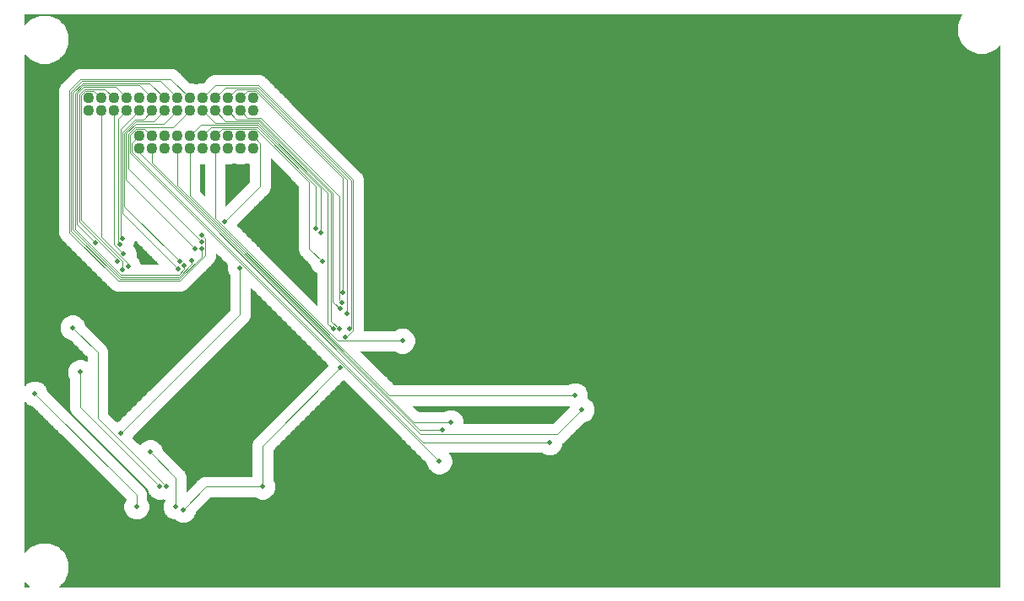
<source format=gbl>
G75*
G70*
%OFA0B0*%
%FSLAX24Y24*%
%IPPOS*%
%LPD*%
%AMOC8*
5,1,8,0,0,1.08239X$1,22.5*
%
%ADD10C,0.0436*%
%ADD11C,0.0030*%
%ADD12C,0.0200*%
D10*
X005426Y018172D03*
X005926Y018172D03*
X006426Y018172D03*
X006926Y018172D03*
X007426Y018172D03*
X007926Y018172D03*
X008426Y018172D03*
X008926Y018172D03*
X009426Y018172D03*
X009926Y018172D03*
X009926Y018672D03*
X009426Y018672D03*
X008926Y018672D03*
X008426Y018672D03*
X007926Y018672D03*
X007426Y018672D03*
X006926Y018672D03*
X006426Y018672D03*
X005926Y018672D03*
X005426Y018672D03*
X005426Y019672D03*
X005926Y019672D03*
X006426Y019672D03*
X006926Y019672D03*
X007426Y019672D03*
X007926Y019672D03*
X008426Y019672D03*
X008926Y019672D03*
X009426Y019672D03*
X009926Y019672D03*
X009926Y020172D03*
X009426Y020172D03*
X008926Y020172D03*
X008426Y020172D03*
X007926Y020172D03*
X007426Y020172D03*
X006926Y020172D03*
X006426Y020172D03*
X005926Y020172D03*
X005426Y020172D03*
X004926Y020172D03*
X004426Y020172D03*
X004426Y019672D03*
X004926Y019672D03*
X003926Y019672D03*
X003426Y019672D03*
X003426Y020172D03*
X003926Y020172D03*
D11*
X001081Y000865D02*
X000915Y000865D01*
X000915Y001031D01*
X001081Y000865D01*
X001068Y000878D02*
X000915Y000878D01*
X000915Y000906D02*
X001040Y000906D01*
X001011Y000935D02*
X000915Y000935D01*
X000915Y000963D02*
X000983Y000963D01*
X000954Y000992D02*
X000915Y000992D01*
X000915Y001020D02*
X000926Y001020D01*
X002281Y000865D02*
X002500Y001084D01*
X002647Y001439D01*
X002647Y001823D01*
X002500Y002178D01*
X002228Y002450D01*
X001873Y002597D01*
X001489Y002597D01*
X001134Y002450D01*
X000915Y002231D01*
X000915Y008158D01*
X001015Y008058D01*
X001202Y007980D01*
X001213Y007980D01*
X004892Y004302D01*
X004890Y004300D01*
X004812Y004113D01*
X004812Y003911D01*
X004890Y003724D01*
X005033Y003581D01*
X005220Y003503D01*
X005422Y003503D01*
X005609Y003581D01*
X005752Y003724D01*
X005830Y003911D01*
X005830Y004113D01*
X005752Y004300D01*
X005745Y004307D01*
X005745Y004387D01*
X005745Y004555D01*
X005680Y004711D01*
X001812Y008579D01*
X001812Y008590D01*
X001735Y008777D01*
X001592Y008920D01*
X001405Y008998D01*
X001202Y008998D01*
X001015Y008920D01*
X000915Y008820D01*
X000915Y021897D01*
X001134Y021678D01*
X001489Y021531D01*
X001873Y021531D01*
X002228Y021678D01*
X002500Y021950D01*
X002647Y022305D01*
X002647Y022689D01*
X002500Y023045D01*
X002228Y023316D01*
X001873Y023463D01*
X001489Y023463D01*
X001134Y023316D01*
X000915Y023098D01*
X000915Y023488D01*
X037919Y023488D01*
X037870Y023438D01*
X037723Y023083D01*
X037723Y022699D01*
X037870Y022344D01*
X038142Y022072D01*
X038497Y021925D01*
X038881Y021925D01*
X039236Y022072D01*
X039412Y022247D01*
X039412Y000865D01*
X002281Y000865D01*
X002294Y000878D02*
X039412Y000878D01*
X039412Y000906D02*
X002322Y000906D01*
X002351Y000935D02*
X039412Y000935D01*
X039412Y000963D02*
X002379Y000963D01*
X002408Y000992D02*
X039412Y000992D01*
X039412Y001020D02*
X002436Y001020D01*
X002465Y001049D02*
X039412Y001049D01*
X039412Y001077D02*
X002493Y001077D01*
X002509Y001106D02*
X039412Y001106D01*
X039412Y001134D02*
X002521Y001134D01*
X002533Y001163D02*
X039412Y001163D01*
X039412Y001191D02*
X002545Y001191D01*
X002556Y001220D02*
X039412Y001220D01*
X039412Y001248D02*
X002568Y001248D01*
X002580Y001277D02*
X039412Y001277D01*
X039412Y001305D02*
X002592Y001305D01*
X002604Y001334D02*
X039412Y001334D01*
X039412Y001362D02*
X002615Y001362D01*
X002627Y001391D02*
X039412Y001391D01*
X039412Y001419D02*
X002639Y001419D01*
X002647Y001448D02*
X039412Y001448D01*
X039412Y001476D02*
X002647Y001476D01*
X002647Y001505D02*
X039412Y001505D01*
X039412Y001533D02*
X002647Y001533D01*
X002647Y001562D02*
X039412Y001562D01*
X039412Y001590D02*
X002647Y001590D01*
X002647Y001619D02*
X039412Y001619D01*
X039412Y001647D02*
X002647Y001647D01*
X002647Y001676D02*
X039412Y001676D01*
X039412Y001704D02*
X002647Y001704D01*
X002647Y001733D02*
X039412Y001733D01*
X039412Y001761D02*
X002647Y001761D01*
X002647Y001790D02*
X039412Y001790D01*
X039412Y001818D02*
X002647Y001818D01*
X002638Y001847D02*
X039412Y001847D01*
X039412Y001875D02*
X002626Y001875D01*
X002614Y001904D02*
X039412Y001904D01*
X039412Y001932D02*
X002602Y001932D01*
X002590Y001961D02*
X039412Y001961D01*
X039412Y001989D02*
X002579Y001989D01*
X002567Y002018D02*
X039412Y002018D01*
X039412Y002046D02*
X002555Y002046D01*
X002543Y002075D02*
X039412Y002075D01*
X039412Y002103D02*
X002531Y002103D01*
X002520Y002132D02*
X039412Y002132D01*
X039412Y002160D02*
X002508Y002160D01*
X002490Y002189D02*
X039412Y002189D01*
X039412Y002217D02*
X002462Y002217D01*
X002433Y002246D02*
X039412Y002246D01*
X039412Y002274D02*
X002405Y002274D01*
X002376Y002303D02*
X039412Y002303D01*
X039412Y002331D02*
X002348Y002331D01*
X002319Y002360D02*
X039412Y002360D01*
X039412Y002388D02*
X002291Y002388D01*
X002262Y002417D02*
X039412Y002417D01*
X039412Y002445D02*
X002234Y002445D01*
X002172Y002474D02*
X039412Y002474D01*
X039412Y002502D02*
X002103Y002502D01*
X002034Y002531D02*
X039412Y002531D01*
X039412Y002559D02*
X001966Y002559D01*
X001897Y002588D02*
X039412Y002588D01*
X039412Y002616D02*
X000915Y002616D01*
X000915Y002588D02*
X001465Y002588D01*
X001397Y002559D02*
X000915Y002559D01*
X000915Y002531D02*
X001328Y002531D01*
X001259Y002502D02*
X000915Y002502D01*
X000915Y002474D02*
X001190Y002474D01*
X001129Y002445D02*
X000915Y002445D01*
X000915Y002417D02*
X001100Y002417D01*
X001072Y002388D02*
X000915Y002388D01*
X000915Y002360D02*
X001043Y002360D01*
X001015Y002331D02*
X000915Y002331D01*
X000915Y002303D02*
X000986Y002303D01*
X000958Y002274D02*
X000915Y002274D01*
X000915Y002246D02*
X000929Y002246D01*
X000915Y002645D02*
X039412Y002645D01*
X039412Y002673D02*
X000915Y002673D01*
X000915Y002702D02*
X039412Y002702D01*
X039412Y002730D02*
X000915Y002730D01*
X000915Y002759D02*
X039412Y002759D01*
X039412Y002787D02*
X000915Y002787D01*
X000915Y002816D02*
X039412Y002816D01*
X039412Y002844D02*
X000915Y002844D01*
X000915Y002873D02*
X039412Y002873D01*
X039412Y002901D02*
X000915Y002901D01*
X000915Y002930D02*
X039412Y002930D01*
X039412Y002958D02*
X000915Y002958D01*
X000915Y002987D02*
X039412Y002987D01*
X039412Y003015D02*
X000915Y003015D01*
X000915Y003044D02*
X039412Y003044D01*
X039412Y003072D02*
X000915Y003072D01*
X000915Y003101D02*
X039412Y003101D01*
X039412Y003129D02*
X000915Y003129D01*
X000915Y003158D02*
X039412Y003158D01*
X039412Y003186D02*
X000915Y003186D01*
X000915Y003215D02*
X039412Y003215D01*
X039412Y003243D02*
X000915Y003243D01*
X000915Y003272D02*
X039412Y003272D01*
X039412Y003300D02*
X000915Y003300D01*
X000915Y003329D02*
X039412Y003329D01*
X039412Y003357D02*
X000915Y003357D01*
X000915Y003386D02*
X039412Y003386D01*
X039412Y003414D02*
X007330Y003414D01*
X007263Y003386D02*
X007450Y003464D01*
X007593Y003607D01*
X007671Y003794D01*
X007671Y003804D01*
X008250Y004384D01*
X010001Y004384D01*
X010008Y004376D01*
X010195Y004299D01*
X010398Y004299D01*
X010585Y004376D01*
X010728Y004519D01*
X010805Y004706D01*
X010805Y004909D01*
X010728Y005096D01*
X010720Y005103D01*
X010720Y006253D01*
X013464Y008997D01*
X013475Y008997D01*
X013495Y009005D01*
X016771Y005729D01*
X016771Y005702D01*
X016848Y005515D01*
X016991Y005372D01*
X017178Y005295D01*
X017381Y005295D01*
X039412Y005295D01*
X039412Y005267D02*
X010720Y005267D01*
X010720Y005295D02*
X017178Y005295D01*
X017109Y005324D02*
X010720Y005324D01*
X010720Y005352D02*
X017040Y005352D01*
X016983Y005381D02*
X010720Y005381D01*
X010720Y005409D02*
X016954Y005409D01*
X016926Y005438D02*
X010720Y005438D01*
X010720Y005466D02*
X016897Y005466D01*
X016869Y005495D02*
X010720Y005495D01*
X010720Y005523D02*
X016845Y005523D01*
X016833Y005552D02*
X010720Y005552D01*
X010720Y005580D02*
X016821Y005580D01*
X016810Y005609D02*
X010720Y005609D01*
X010720Y005637D02*
X016798Y005637D01*
X016786Y005666D02*
X010720Y005666D01*
X010720Y005694D02*
X016774Y005694D01*
X016771Y005723D02*
X010720Y005723D01*
X010720Y005751D02*
X016749Y005751D01*
X016720Y005780D02*
X010720Y005780D01*
X010720Y005808D02*
X016692Y005808D01*
X016663Y005837D02*
X010720Y005837D01*
X010720Y005865D02*
X016635Y005865D01*
X016606Y005894D02*
X010720Y005894D01*
X010720Y005922D02*
X016578Y005922D01*
X016549Y005951D02*
X010720Y005951D01*
X010720Y005979D02*
X016521Y005979D01*
X016492Y006008D02*
X010720Y006008D01*
X010720Y006036D02*
X016464Y006036D01*
X016435Y006065D02*
X010720Y006065D01*
X010720Y006093D02*
X016407Y006093D01*
X016378Y006122D02*
X010720Y006122D01*
X010720Y006150D02*
X016350Y006150D01*
X016321Y006179D02*
X010720Y006179D01*
X010720Y006207D02*
X016293Y006207D01*
X016264Y006236D02*
X010720Y006236D01*
X010731Y006264D02*
X016236Y006264D01*
X016207Y006293D02*
X010760Y006293D01*
X010788Y006321D02*
X016179Y006321D01*
X016150Y006350D02*
X010817Y006350D01*
X010845Y006378D02*
X016122Y006378D01*
X016093Y006407D02*
X010874Y006407D01*
X010902Y006435D02*
X016065Y006435D01*
X016036Y006464D02*
X010931Y006464D01*
X010959Y006492D02*
X016008Y006492D01*
X015979Y006521D02*
X010988Y006521D01*
X011016Y006549D02*
X015951Y006549D01*
X015922Y006578D02*
X011045Y006578D01*
X011073Y006606D02*
X015894Y006606D01*
X015865Y006635D02*
X011102Y006635D01*
X011130Y006663D02*
X015837Y006663D01*
X015808Y006692D02*
X011159Y006692D01*
X011187Y006720D02*
X015780Y006720D01*
X015751Y006749D02*
X011216Y006749D01*
X011244Y006777D02*
X015723Y006777D01*
X015694Y006806D02*
X011273Y006806D01*
X011301Y006834D02*
X015666Y006834D01*
X015637Y006863D02*
X011330Y006863D01*
X011358Y006891D02*
X015609Y006891D01*
X015580Y006920D02*
X011387Y006920D01*
X011415Y006948D02*
X015552Y006948D01*
X015523Y006977D02*
X011444Y006977D01*
X011472Y007005D02*
X015495Y007005D01*
X015466Y007034D02*
X011501Y007034D01*
X011529Y007062D02*
X015438Y007062D01*
X015409Y007091D02*
X011558Y007091D01*
X011586Y007119D02*
X015381Y007119D01*
X015352Y007148D02*
X011615Y007148D01*
X011643Y007176D02*
X015324Y007176D01*
X015295Y007205D02*
X011672Y007205D01*
X011700Y007233D02*
X015267Y007233D01*
X015238Y007262D02*
X011729Y007262D01*
X011757Y007290D02*
X015210Y007290D01*
X015181Y007319D02*
X011786Y007319D01*
X011814Y007347D02*
X015153Y007347D01*
X015124Y007376D02*
X011843Y007376D01*
X011871Y007404D02*
X015096Y007404D01*
X015067Y007433D02*
X011900Y007433D01*
X011928Y007461D02*
X015039Y007461D01*
X015010Y007490D02*
X011957Y007490D01*
X011985Y007518D02*
X014982Y007518D01*
X014953Y007547D02*
X012014Y007547D01*
X012042Y007575D02*
X014925Y007575D01*
X014896Y007604D02*
X012071Y007604D01*
X012099Y007632D02*
X014868Y007632D01*
X014839Y007661D02*
X012128Y007661D01*
X012156Y007689D02*
X014811Y007689D01*
X014782Y007718D02*
X012185Y007718D01*
X012213Y007746D02*
X014754Y007746D01*
X014725Y007775D02*
X012242Y007775D01*
X012270Y007803D02*
X014697Y007803D01*
X014668Y007832D02*
X012299Y007832D01*
X012327Y007860D02*
X014640Y007860D01*
X014611Y007889D02*
X012356Y007889D01*
X012384Y007917D02*
X014583Y007917D01*
X014554Y007946D02*
X012413Y007946D01*
X012441Y007974D02*
X014526Y007974D01*
X014497Y008003D02*
X012470Y008003D01*
X012498Y008031D02*
X014469Y008031D01*
X014440Y008060D02*
X012527Y008060D01*
X012555Y008088D02*
X014412Y008088D01*
X014383Y008117D02*
X012584Y008117D01*
X012612Y008145D02*
X014355Y008145D01*
X014326Y008174D02*
X012641Y008174D01*
X012669Y008202D02*
X014298Y008202D01*
X014269Y008231D02*
X012698Y008231D01*
X012726Y008259D02*
X014241Y008259D01*
X014212Y008288D02*
X012755Y008288D01*
X012783Y008316D02*
X014184Y008316D01*
X014155Y008345D02*
X012812Y008345D01*
X012840Y008373D02*
X014127Y008373D01*
X014098Y008402D02*
X012869Y008402D01*
X012898Y008430D02*
X014070Y008430D01*
X014041Y008459D02*
X012926Y008459D01*
X012955Y008487D02*
X014013Y008487D01*
X013984Y008516D02*
X012983Y008516D01*
X013012Y008544D02*
X013956Y008544D01*
X013927Y008573D02*
X013040Y008573D01*
X013069Y008601D02*
X013899Y008601D01*
X013870Y008630D02*
X013097Y008630D01*
X013126Y008658D02*
X013842Y008658D01*
X013813Y008687D02*
X013154Y008687D01*
X013183Y008715D02*
X013785Y008715D01*
X013756Y008744D02*
X013211Y008744D01*
X013240Y008772D02*
X013728Y008772D01*
X013699Y008801D02*
X013268Y008801D01*
X013297Y008829D02*
X013671Y008829D01*
X013642Y008858D02*
X013325Y008858D01*
X013354Y008886D02*
X013614Y008886D01*
X013585Y008915D02*
X013382Y008915D01*
X013411Y008943D02*
X013557Y008943D01*
X013528Y008972D02*
X013439Y008972D01*
X013483Y009000D02*
X013500Y009000D01*
X013374Y009506D02*
X010296Y006428D01*
X010296Y004808D01*
X008074Y004808D01*
X007162Y003895D01*
X006867Y004012D02*
X006867Y005164D01*
X005863Y006168D01*
X006339Y006350D02*
X009873Y006350D01*
X009873Y006378D02*
X006327Y006378D01*
X006315Y006407D02*
X009873Y006407D01*
X009873Y006435D02*
X006303Y006435D01*
X006294Y006456D02*
X006151Y006599D01*
X005964Y006677D01*
X005762Y006677D01*
X005575Y006599D01*
X005444Y006468D01*
X005182Y006729D01*
X005213Y006802D01*
X005213Y006813D01*
X009652Y011253D01*
X009771Y011372D01*
X009836Y011527D01*
X009836Y012664D01*
X012873Y009626D01*
X012865Y009607D01*
X012865Y009596D01*
X010056Y006787D01*
X009937Y006668D01*
X009873Y006513D01*
X009873Y005231D01*
X007990Y005231D01*
X007834Y005167D01*
X007291Y004623D01*
X007291Y005249D01*
X007226Y005404D01*
X007107Y005524D01*
X006372Y006259D01*
X006372Y006269D01*
X006294Y006456D01*
X006287Y006464D02*
X009873Y006464D01*
X009873Y006492D02*
X006259Y006492D01*
X006230Y006521D02*
X009876Y006521D01*
X009888Y006549D02*
X006202Y006549D01*
X006173Y006578D02*
X009900Y006578D01*
X009912Y006606D02*
X006135Y006606D01*
X006066Y006635D02*
X009923Y006635D01*
X009935Y006663D02*
X005998Y006663D01*
X005729Y006663D02*
X005249Y006663D01*
X005277Y006635D02*
X005660Y006635D01*
X005591Y006606D02*
X005306Y006606D01*
X005334Y006578D02*
X005553Y006578D01*
X005525Y006549D02*
X005363Y006549D01*
X005391Y006521D02*
X005496Y006521D01*
X005468Y006492D02*
X005420Y006492D01*
X005220Y006692D02*
X009961Y006692D01*
X009989Y006720D02*
X005192Y006720D01*
X005190Y006749D02*
X010018Y006749D01*
X010046Y006777D02*
X005202Y006777D01*
X005213Y006806D02*
X010075Y006806D01*
X010103Y006834D02*
X005234Y006834D01*
X005262Y006863D02*
X010132Y006863D01*
X010160Y006891D02*
X005291Y006891D01*
X005319Y006920D02*
X010189Y006920D01*
X010217Y006948D02*
X005348Y006948D01*
X005376Y006977D02*
X010246Y006977D01*
X010274Y007005D02*
X005405Y007005D01*
X005433Y007034D02*
X010303Y007034D01*
X010331Y007062D02*
X005462Y007062D01*
X005490Y007091D02*
X010360Y007091D01*
X010388Y007119D02*
X005519Y007119D01*
X005547Y007148D02*
X010417Y007148D01*
X010445Y007176D02*
X005576Y007176D01*
X005604Y007205D02*
X010474Y007205D01*
X010502Y007233D02*
X005633Y007233D01*
X005661Y007262D02*
X010531Y007262D01*
X010559Y007290D02*
X005690Y007290D01*
X005718Y007319D02*
X010588Y007319D01*
X010616Y007347D02*
X005747Y007347D01*
X005775Y007376D02*
X010645Y007376D01*
X010673Y007404D02*
X005804Y007404D01*
X005832Y007433D02*
X010702Y007433D01*
X010730Y007461D02*
X005861Y007461D01*
X005889Y007490D02*
X010759Y007490D01*
X010787Y007518D02*
X005918Y007518D01*
X005946Y007547D02*
X010816Y007547D01*
X010844Y007575D02*
X005975Y007575D01*
X006003Y007604D02*
X010873Y007604D01*
X010901Y007632D02*
X006032Y007632D01*
X006060Y007661D02*
X010930Y007661D01*
X010958Y007689D02*
X006089Y007689D01*
X006117Y007718D02*
X010987Y007718D01*
X011015Y007746D02*
X006146Y007746D01*
X006174Y007775D02*
X011044Y007775D01*
X011072Y007803D02*
X006203Y007803D01*
X006231Y007832D02*
X011101Y007832D01*
X011129Y007860D02*
X006260Y007860D01*
X006288Y007889D02*
X011158Y007889D01*
X011186Y007917D02*
X006317Y007917D01*
X006345Y007946D02*
X011215Y007946D01*
X011243Y007974D02*
X006374Y007974D01*
X006402Y008003D02*
X011272Y008003D01*
X011300Y008031D02*
X006431Y008031D01*
X006459Y008060D02*
X011329Y008060D01*
X011357Y008088D02*
X006488Y008088D01*
X006516Y008117D02*
X011386Y008117D01*
X011414Y008145D02*
X006545Y008145D01*
X006573Y008174D02*
X011443Y008174D01*
X011471Y008202D02*
X006602Y008202D01*
X006630Y008231D02*
X011500Y008231D01*
X011528Y008259D02*
X006659Y008259D01*
X006687Y008288D02*
X011557Y008288D01*
X011585Y008316D02*
X006716Y008316D01*
X006744Y008345D02*
X011614Y008345D01*
X011642Y008373D02*
X006773Y008373D01*
X006801Y008402D02*
X011671Y008402D01*
X011699Y008430D02*
X006830Y008430D01*
X006858Y008459D02*
X011728Y008459D01*
X011756Y008487D02*
X006887Y008487D01*
X006915Y008516D02*
X011785Y008516D01*
X011813Y008544D02*
X006944Y008544D01*
X006972Y008573D02*
X011842Y008573D01*
X011870Y008601D02*
X007001Y008601D01*
X007029Y008630D02*
X011899Y008630D01*
X011927Y008658D02*
X007058Y008658D01*
X007086Y008687D02*
X011956Y008687D01*
X011984Y008715D02*
X007115Y008715D01*
X007143Y008744D02*
X012013Y008744D01*
X012041Y008772D02*
X007172Y008772D01*
X007200Y008801D02*
X012070Y008801D01*
X012098Y008829D02*
X007229Y008829D01*
X007257Y008858D02*
X012127Y008858D01*
X012155Y008886D02*
X007286Y008886D01*
X007314Y008915D02*
X012184Y008915D01*
X012212Y008943D02*
X007343Y008943D01*
X007371Y008972D02*
X012241Y008972D01*
X012269Y009000D02*
X007400Y009000D01*
X007428Y009029D02*
X012298Y009029D01*
X012326Y009057D02*
X007457Y009057D01*
X007485Y009086D02*
X012355Y009086D01*
X012383Y009114D02*
X007514Y009114D01*
X007542Y009143D02*
X012412Y009143D01*
X012440Y009171D02*
X007571Y009171D01*
X007599Y009200D02*
X012469Y009200D01*
X012497Y009228D02*
X007628Y009228D01*
X007656Y009257D02*
X012526Y009257D01*
X012554Y009285D02*
X007685Y009285D01*
X007713Y009314D02*
X012583Y009314D01*
X012611Y009342D02*
X007742Y009342D01*
X007770Y009371D02*
X012640Y009371D01*
X012668Y009399D02*
X007799Y009399D01*
X007827Y009428D02*
X012697Y009428D01*
X012725Y009456D02*
X007856Y009456D01*
X007884Y009485D02*
X012754Y009485D01*
X012782Y009513D02*
X007913Y009513D01*
X007941Y009542D02*
X012811Y009542D01*
X012839Y009570D02*
X007970Y009570D01*
X007998Y009599D02*
X012865Y009599D01*
X012873Y009627D02*
X008027Y009627D01*
X008055Y009656D02*
X012844Y009656D01*
X012816Y009684D02*
X008084Y009684D01*
X008112Y009713D02*
X012787Y009713D01*
X012759Y009741D02*
X008141Y009741D01*
X008169Y009770D02*
X012730Y009770D01*
X012702Y009798D02*
X008198Y009798D01*
X008226Y009827D02*
X012673Y009827D01*
X012645Y009855D02*
X008255Y009855D01*
X008283Y009884D02*
X012616Y009884D01*
X012588Y009912D02*
X008312Y009912D01*
X008340Y009941D02*
X012559Y009941D01*
X012531Y009969D02*
X008369Y009969D01*
X008397Y009998D02*
X012502Y009998D01*
X012474Y010026D02*
X008426Y010026D01*
X008454Y010055D02*
X012445Y010055D01*
X012417Y010083D02*
X008483Y010083D01*
X008511Y010112D02*
X012388Y010112D01*
X012360Y010140D02*
X008540Y010140D01*
X008568Y010169D02*
X012331Y010169D01*
X012303Y010197D02*
X008597Y010197D01*
X008625Y010226D02*
X012274Y010226D01*
X012246Y010254D02*
X008654Y010254D01*
X008682Y010283D02*
X012217Y010283D01*
X012189Y010311D02*
X008711Y010311D01*
X008739Y010340D02*
X012160Y010340D01*
X012132Y010368D02*
X008768Y010368D01*
X008796Y010397D02*
X012103Y010397D01*
X012075Y010425D02*
X008825Y010425D01*
X008853Y010454D02*
X012046Y010454D01*
X012018Y010482D02*
X008882Y010482D01*
X008910Y010511D02*
X011989Y010511D01*
X011961Y010539D02*
X008939Y010539D01*
X008967Y010568D02*
X011932Y010568D01*
X011904Y010596D02*
X008996Y010596D01*
X009024Y010625D02*
X011875Y010625D01*
X011847Y010653D02*
X009053Y010653D01*
X009081Y010682D02*
X011818Y010682D01*
X011790Y010710D02*
X009110Y010710D01*
X009138Y010739D02*
X011761Y010739D01*
X011733Y010767D02*
X009167Y010767D01*
X009195Y010796D02*
X011704Y010796D01*
X011676Y010824D02*
X009224Y010824D01*
X009252Y010853D02*
X011647Y010853D01*
X011619Y010881D02*
X009281Y010881D01*
X009309Y010910D02*
X011590Y010910D01*
X011562Y010938D02*
X009338Y010938D01*
X009366Y010967D02*
X011533Y010967D01*
X011505Y010995D02*
X009395Y010995D01*
X009423Y011024D02*
X011476Y011024D01*
X011448Y011052D02*
X009452Y011052D01*
X009480Y011081D02*
X011419Y011081D01*
X011391Y011109D02*
X009509Y011109D01*
X009537Y011138D02*
X011362Y011138D01*
X011334Y011166D02*
X009566Y011166D01*
X009594Y011195D02*
X011305Y011195D01*
X011277Y011223D02*
X009623Y011223D01*
X009651Y011252D02*
X011248Y011252D01*
X011220Y011280D02*
X009680Y011280D01*
X009708Y011309D02*
X011191Y011309D01*
X011163Y011337D02*
X009737Y011337D01*
X009765Y011366D02*
X011134Y011366D01*
X011106Y011394D02*
X009781Y011394D01*
X009792Y011423D02*
X011077Y011423D01*
X011049Y011451D02*
X009804Y011451D01*
X009816Y011480D02*
X011020Y011480D01*
X010992Y011508D02*
X009828Y011508D01*
X009836Y011537D02*
X010963Y011537D01*
X010935Y011565D02*
X009836Y011565D01*
X009836Y011594D02*
X010906Y011594D01*
X010878Y011622D02*
X009836Y011622D01*
X009836Y011651D02*
X010849Y011651D01*
X010821Y011679D02*
X009836Y011679D01*
X009836Y011708D02*
X010792Y011708D01*
X010764Y011736D02*
X009836Y011736D01*
X009836Y011765D02*
X010735Y011765D01*
X010707Y011793D02*
X009836Y011793D01*
X009836Y011822D02*
X010678Y011822D01*
X010650Y011850D02*
X009836Y011850D01*
X009836Y011879D02*
X010621Y011879D01*
X010593Y011907D02*
X009836Y011907D01*
X009836Y011936D02*
X010564Y011936D01*
X010536Y011964D02*
X009836Y011964D01*
X009836Y011993D02*
X010507Y011993D01*
X010479Y012021D02*
X009836Y012021D01*
X009836Y012050D02*
X010450Y012050D01*
X010422Y012078D02*
X009836Y012078D01*
X009836Y012107D02*
X010393Y012107D01*
X010365Y012135D02*
X009836Y012135D01*
X009836Y012164D02*
X010336Y012164D01*
X010308Y012192D02*
X009836Y012192D01*
X009836Y012221D02*
X010279Y012221D01*
X010251Y012249D02*
X009836Y012249D01*
X009836Y012278D02*
X010222Y012278D01*
X010194Y012306D02*
X009836Y012306D01*
X009836Y012335D02*
X010165Y012335D01*
X010137Y012363D02*
X009836Y012363D01*
X009836Y012392D02*
X010108Y012392D01*
X010080Y012420D02*
X009836Y012420D01*
X009836Y012449D02*
X010051Y012449D01*
X010023Y012477D02*
X009836Y012477D01*
X009836Y012506D02*
X009994Y012506D01*
X009966Y012534D02*
X009836Y012534D01*
X009836Y012563D02*
X009937Y012563D01*
X009909Y012591D02*
X009836Y012591D01*
X009836Y012620D02*
X009880Y012620D01*
X009852Y012648D02*
X009836Y012648D01*
X008988Y012648D02*
X007342Y012648D01*
X007314Y012620D02*
X008988Y012620D01*
X008988Y012591D02*
X007285Y012591D01*
X007270Y012576D02*
X008291Y013597D01*
X008410Y013716D01*
X008475Y013872D01*
X008475Y014025D01*
X008912Y013587D01*
X008903Y013565D01*
X008903Y013363D01*
X008981Y013176D01*
X008988Y013168D01*
X008988Y011787D01*
X004613Y007412D01*
X004603Y007412D01*
X004530Y007382D01*
X004216Y007696D01*
X004216Y010189D01*
X004152Y010344D01*
X004033Y010464D01*
X003306Y011190D01*
X003306Y011201D01*
X003228Y011388D01*
X003085Y011531D01*
X002898Y011609D01*
X002696Y011609D01*
X002509Y011531D01*
X002366Y011388D01*
X002288Y011201D01*
X002288Y010999D01*
X002366Y010812D01*
X002509Y010669D01*
X002696Y010591D01*
X002707Y010591D01*
X003369Y009929D01*
X003369Y009771D01*
X003197Y009842D01*
X002995Y009842D01*
X002808Y009765D01*
X002665Y009622D01*
X002587Y009435D01*
X002587Y009232D01*
X002665Y009045D01*
X002672Y009038D01*
X002672Y007864D01*
X002737Y007709D01*
X002856Y007589D01*
X005729Y004716D01*
X005729Y004706D01*
X005807Y004519D01*
X005950Y004375D01*
X006137Y004298D01*
X006339Y004298D01*
X006372Y004312D01*
X006405Y004298D01*
X006435Y004298D01*
X006358Y004114D01*
X006358Y003911D01*
X006436Y003724D01*
X006579Y003581D01*
X006766Y003504D01*
X006834Y003504D01*
X006874Y003464D01*
X007061Y003386D01*
X007263Y003386D01*
X007399Y003443D02*
X039412Y003443D01*
X039412Y003471D02*
X007457Y003471D01*
X007486Y003500D02*
X039412Y003500D01*
X039412Y003528D02*
X007514Y003528D01*
X007543Y003557D02*
X039412Y003557D01*
X039412Y003585D02*
X007571Y003585D01*
X007596Y003614D02*
X039412Y003614D01*
X039412Y003642D02*
X007608Y003642D01*
X007619Y003671D02*
X039412Y003671D01*
X039412Y003699D02*
X007631Y003699D01*
X007643Y003728D02*
X039412Y003728D01*
X039412Y003756D02*
X007655Y003756D01*
X007667Y003785D02*
X039412Y003785D01*
X039412Y003813D02*
X007679Y003813D01*
X007708Y003842D02*
X039412Y003842D01*
X039412Y003870D02*
X007736Y003870D01*
X007765Y003899D02*
X039412Y003899D01*
X039412Y003927D02*
X007793Y003927D01*
X007822Y003956D02*
X039412Y003956D01*
X039412Y003984D02*
X007850Y003984D01*
X007879Y004013D02*
X039412Y004013D01*
X039412Y004041D02*
X007907Y004041D01*
X007936Y004070D02*
X039412Y004070D01*
X039412Y004098D02*
X007964Y004098D01*
X007993Y004127D02*
X039412Y004127D01*
X039412Y004155D02*
X008021Y004155D01*
X008050Y004184D02*
X039412Y004184D01*
X039412Y004212D02*
X008078Y004212D01*
X008107Y004241D02*
X039412Y004241D01*
X039412Y004269D02*
X008135Y004269D01*
X008164Y004298D02*
X039412Y004298D01*
X039412Y004326D02*
X010463Y004326D01*
X010532Y004355D02*
X039412Y004355D01*
X039412Y004383D02*
X010591Y004383D01*
X010620Y004412D02*
X039412Y004412D01*
X039412Y004440D02*
X010648Y004440D01*
X010677Y004469D02*
X039412Y004469D01*
X039412Y004497D02*
X010705Y004497D01*
X010730Y004526D02*
X039412Y004526D01*
X039412Y004554D02*
X010742Y004554D01*
X010754Y004583D02*
X039412Y004583D01*
X039412Y004611D02*
X010766Y004611D01*
X010777Y004640D02*
X039412Y004640D01*
X039412Y004668D02*
X010789Y004668D01*
X010801Y004697D02*
X039412Y004697D01*
X039412Y004725D02*
X010805Y004725D01*
X010805Y004754D02*
X039412Y004754D01*
X039412Y004782D02*
X010805Y004782D01*
X010805Y004811D02*
X039412Y004811D01*
X039412Y004839D02*
X010805Y004839D01*
X010805Y004868D02*
X039412Y004868D01*
X039412Y004896D02*
X010805Y004896D01*
X010799Y004925D02*
X039412Y004925D01*
X039412Y004953D02*
X010787Y004953D01*
X010775Y004982D02*
X039412Y004982D01*
X039412Y005010D02*
X010763Y005010D01*
X010751Y005039D02*
X039412Y005039D01*
X039412Y005067D02*
X010740Y005067D01*
X010728Y005096D02*
X039412Y005096D01*
X039412Y005124D02*
X010720Y005124D01*
X010720Y005153D02*
X039412Y005153D01*
X039412Y005181D02*
X010720Y005181D01*
X010720Y005210D02*
X039412Y005210D01*
X039412Y005238D02*
X010720Y005238D01*
X009873Y005238D02*
X007291Y005238D01*
X007291Y005210D02*
X007938Y005210D01*
X007869Y005181D02*
X007291Y005181D01*
X007291Y005153D02*
X007820Y005153D01*
X007792Y005124D02*
X007291Y005124D01*
X007291Y005096D02*
X007763Y005096D01*
X007735Y005067D02*
X007291Y005067D01*
X007291Y005039D02*
X007706Y005039D01*
X007678Y005010D02*
X007291Y005010D01*
X007291Y004982D02*
X007649Y004982D01*
X007621Y004953D02*
X007291Y004953D01*
X007291Y004925D02*
X007592Y004925D01*
X007564Y004896D02*
X007291Y004896D01*
X007291Y004868D02*
X007535Y004868D01*
X007507Y004839D02*
X007291Y004839D01*
X007291Y004811D02*
X007478Y004811D01*
X007450Y004782D02*
X007291Y004782D01*
X007291Y004754D02*
X007421Y004754D01*
X007393Y004725D02*
X007291Y004725D01*
X007291Y004697D02*
X007364Y004697D01*
X007336Y004668D02*
X007291Y004668D01*
X007291Y004640D02*
X007307Y004640D01*
X006506Y004807D02*
X003793Y007520D01*
X003793Y010104D01*
X002797Y011100D01*
X002439Y010739D02*
X000915Y010739D01*
X000915Y010767D02*
X002410Y010767D01*
X002382Y010796D02*
X000915Y010796D01*
X000915Y010824D02*
X002361Y010824D01*
X002349Y010853D02*
X000915Y010853D01*
X000915Y010881D02*
X002337Y010881D01*
X002325Y010910D02*
X000915Y010910D01*
X000915Y010938D02*
X002314Y010938D01*
X002302Y010967D02*
X000915Y010967D01*
X000915Y010995D02*
X002290Y010995D01*
X002288Y011024D02*
X000915Y011024D01*
X000915Y011052D02*
X002288Y011052D01*
X002288Y011081D02*
X000915Y011081D01*
X000915Y011109D02*
X002288Y011109D01*
X002288Y011138D02*
X000915Y011138D01*
X000915Y011166D02*
X002288Y011166D01*
X002288Y011195D02*
X000915Y011195D01*
X000915Y011223D02*
X002298Y011223D01*
X002309Y011252D02*
X000915Y011252D01*
X000915Y011280D02*
X002321Y011280D01*
X002333Y011309D02*
X000915Y011309D01*
X000915Y011337D02*
X002345Y011337D01*
X002357Y011366D02*
X000915Y011366D01*
X000915Y011394D02*
X002372Y011394D01*
X002400Y011423D02*
X000915Y011423D01*
X000915Y011451D02*
X002429Y011451D01*
X002457Y011480D02*
X000915Y011480D01*
X000915Y011508D02*
X002486Y011508D01*
X002522Y011537D02*
X000915Y011537D01*
X000915Y011565D02*
X002591Y011565D01*
X002660Y011594D02*
X000915Y011594D01*
X000915Y011622D02*
X008823Y011622D01*
X008795Y011594D02*
X002934Y011594D01*
X003003Y011565D02*
X008766Y011565D01*
X008738Y011537D02*
X003072Y011537D01*
X003108Y011508D02*
X008709Y011508D01*
X008681Y011480D02*
X003137Y011480D01*
X003165Y011451D02*
X008652Y011451D01*
X008624Y011423D02*
X003194Y011423D01*
X003222Y011394D02*
X008595Y011394D01*
X008567Y011366D02*
X003238Y011366D01*
X003249Y011337D02*
X008538Y011337D01*
X008510Y011309D02*
X003261Y011309D01*
X003273Y011280D02*
X008481Y011280D01*
X008453Y011252D02*
X003285Y011252D01*
X003297Y011223D02*
X008424Y011223D01*
X008396Y011195D02*
X003306Y011195D01*
X003330Y011166D02*
X008367Y011166D01*
X008339Y011138D02*
X003359Y011138D01*
X003387Y011109D02*
X008310Y011109D01*
X008282Y011081D02*
X003416Y011081D01*
X003444Y011052D02*
X008253Y011052D01*
X008225Y011024D02*
X003473Y011024D01*
X003501Y010995D02*
X008196Y010995D01*
X008168Y010967D02*
X003530Y010967D01*
X003558Y010938D02*
X008139Y010938D01*
X008111Y010910D02*
X003587Y010910D01*
X003615Y010881D02*
X008082Y010881D01*
X008054Y010853D02*
X003644Y010853D01*
X003672Y010824D02*
X008025Y010824D01*
X007997Y010796D02*
X003701Y010796D01*
X003729Y010767D02*
X007968Y010767D01*
X007940Y010739D02*
X003758Y010739D01*
X003786Y010710D02*
X007911Y010710D01*
X007883Y010682D02*
X003815Y010682D01*
X003843Y010653D02*
X007854Y010653D01*
X007826Y010625D02*
X003872Y010625D01*
X003900Y010596D02*
X007797Y010596D01*
X007769Y010568D02*
X003929Y010568D01*
X003957Y010539D02*
X007740Y010539D01*
X007712Y010511D02*
X003986Y010511D01*
X004014Y010482D02*
X007683Y010482D01*
X007655Y010454D02*
X004043Y010454D01*
X004071Y010425D02*
X007626Y010425D01*
X007598Y010397D02*
X004100Y010397D01*
X004128Y010368D02*
X007569Y010368D01*
X007541Y010340D02*
X004154Y010340D01*
X004166Y010311D02*
X007512Y010311D01*
X007484Y010283D02*
X004177Y010283D01*
X004189Y010254D02*
X007455Y010254D01*
X007427Y010226D02*
X004201Y010226D01*
X004213Y010197D02*
X007398Y010197D01*
X007370Y010169D02*
X004216Y010169D01*
X004216Y010140D02*
X007341Y010140D01*
X007313Y010112D02*
X004216Y010112D01*
X004216Y010083D02*
X007284Y010083D01*
X007256Y010055D02*
X004216Y010055D01*
X004216Y010026D02*
X007227Y010026D01*
X007199Y009998D02*
X004216Y009998D01*
X004216Y009969D02*
X007170Y009969D01*
X007142Y009941D02*
X004216Y009941D01*
X004216Y009912D02*
X007113Y009912D01*
X007085Y009884D02*
X004216Y009884D01*
X004216Y009855D02*
X007056Y009855D01*
X007028Y009827D02*
X004216Y009827D01*
X004216Y009798D02*
X006999Y009798D01*
X006971Y009770D02*
X004216Y009770D01*
X004216Y009741D02*
X006942Y009741D01*
X006914Y009713D02*
X004216Y009713D01*
X004216Y009684D02*
X006885Y009684D01*
X006857Y009656D02*
X004216Y009656D01*
X004216Y009627D02*
X006828Y009627D01*
X006800Y009599D02*
X004216Y009599D01*
X004216Y009570D02*
X006771Y009570D01*
X006743Y009542D02*
X004216Y009542D01*
X004216Y009513D02*
X006714Y009513D01*
X006686Y009485D02*
X004216Y009485D01*
X004216Y009456D02*
X006657Y009456D01*
X006629Y009428D02*
X004216Y009428D01*
X004216Y009399D02*
X006600Y009399D01*
X006572Y009371D02*
X004216Y009371D01*
X004216Y009342D02*
X006543Y009342D01*
X006515Y009314D02*
X004216Y009314D01*
X004216Y009285D02*
X006486Y009285D01*
X006458Y009257D02*
X004216Y009257D01*
X004216Y009228D02*
X006429Y009228D01*
X006401Y009200D02*
X004216Y009200D01*
X004216Y009171D02*
X006372Y009171D01*
X006344Y009143D02*
X004216Y009143D01*
X004216Y009114D02*
X006315Y009114D01*
X006287Y009086D02*
X004216Y009086D01*
X004216Y009057D02*
X006258Y009057D01*
X006230Y009029D02*
X004216Y009029D01*
X004216Y009000D02*
X006201Y009000D01*
X006173Y008972D02*
X004216Y008972D01*
X004216Y008943D02*
X006144Y008943D01*
X006116Y008915D02*
X004216Y008915D01*
X004216Y008886D02*
X006087Y008886D01*
X006059Y008858D02*
X004216Y008858D01*
X004216Y008829D02*
X006030Y008829D01*
X006002Y008801D02*
X004216Y008801D01*
X004216Y008772D02*
X005973Y008772D01*
X005945Y008744D02*
X004216Y008744D01*
X004216Y008715D02*
X005916Y008715D01*
X005888Y008687D02*
X004216Y008687D01*
X004216Y008658D02*
X005859Y008658D01*
X005831Y008630D02*
X004216Y008630D01*
X004216Y008601D02*
X005802Y008601D01*
X005774Y008573D02*
X004216Y008573D01*
X004216Y008544D02*
X005745Y008544D01*
X005717Y008516D02*
X004216Y008516D01*
X004216Y008487D02*
X005688Y008487D01*
X005660Y008459D02*
X004216Y008459D01*
X004216Y008430D02*
X005631Y008430D01*
X005603Y008402D02*
X004216Y008402D01*
X004216Y008373D02*
X005574Y008373D01*
X005546Y008345D02*
X004216Y008345D01*
X004216Y008316D02*
X005517Y008316D01*
X005489Y008288D02*
X004216Y008288D01*
X004216Y008259D02*
X005460Y008259D01*
X005432Y008231D02*
X004216Y008231D01*
X004216Y008202D02*
X005403Y008202D01*
X005375Y008174D02*
X004216Y008174D01*
X004216Y008145D02*
X005346Y008145D01*
X005318Y008117D02*
X004216Y008117D01*
X004216Y008088D02*
X005289Y008088D01*
X005261Y008060D02*
X004216Y008060D01*
X004216Y008031D02*
X005232Y008031D01*
X005204Y008003D02*
X004216Y008003D01*
X004216Y007974D02*
X005175Y007974D01*
X005147Y007946D02*
X004216Y007946D01*
X004216Y007917D02*
X005118Y007917D01*
X005090Y007889D02*
X004216Y007889D01*
X004216Y007860D02*
X005061Y007860D01*
X005033Y007832D02*
X004216Y007832D01*
X004216Y007803D02*
X005004Y007803D01*
X004976Y007775D02*
X004216Y007775D01*
X004216Y007746D02*
X004947Y007746D01*
X004919Y007718D02*
X004216Y007718D01*
X004223Y007689D02*
X004890Y007689D01*
X004862Y007661D02*
X004251Y007661D01*
X004280Y007632D02*
X004833Y007632D01*
X004805Y007604D02*
X004308Y007604D01*
X004337Y007575D02*
X004776Y007575D01*
X004748Y007547D02*
X004365Y007547D01*
X004394Y007518D02*
X004719Y007518D01*
X004691Y007490D02*
X004422Y007490D01*
X004451Y007461D02*
X004662Y007461D01*
X004634Y007433D02*
X004479Y007433D01*
X004508Y007404D02*
X004583Y007404D01*
X004704Y006904D02*
X009412Y011612D01*
X009412Y013464D01*
X008940Y013275D02*
X007969Y013275D01*
X007941Y013247D02*
X008952Y013247D01*
X008963Y013218D02*
X007912Y013218D01*
X007884Y013190D02*
X008975Y013190D01*
X008988Y013161D02*
X007855Y013161D01*
X007827Y013133D02*
X008988Y013133D01*
X008988Y013104D02*
X007798Y013104D01*
X007770Y013076D02*
X008988Y013076D01*
X008988Y013047D02*
X007741Y013047D01*
X007713Y013019D02*
X008988Y013019D01*
X008988Y012990D02*
X007684Y012990D01*
X007656Y012962D02*
X008988Y012962D01*
X008988Y012933D02*
X007627Y012933D01*
X007599Y012905D02*
X008988Y012905D01*
X008988Y012876D02*
X007570Y012876D01*
X007542Y012848D02*
X008988Y012848D01*
X008988Y012819D02*
X007513Y012819D01*
X007485Y012791D02*
X008988Y012791D01*
X008988Y012762D02*
X007456Y012762D01*
X007428Y012734D02*
X008988Y012734D01*
X008988Y012705D02*
X007399Y012705D01*
X007371Y012677D02*
X008988Y012677D01*
X008988Y012563D02*
X007238Y012563D01*
X007270Y012576D02*
X007114Y012511D01*
X004519Y012511D01*
X004364Y012576D01*
X004245Y012695D01*
X002314Y014626D01*
X002249Y014782D01*
X002249Y020556D01*
X002314Y020712D01*
X002433Y020831D01*
X002433Y020831D01*
X002876Y021274D01*
X003032Y021339D01*
X006767Y021339D01*
X006923Y021274D01*
X007398Y020799D01*
X007954Y020799D01*
X007801Y020799D01*
X007676Y020747D01*
X007551Y020799D01*
X007398Y020799D01*
X007370Y020828D02*
X007982Y020828D01*
X008011Y020856D02*
X007341Y020856D01*
X007313Y020885D02*
X008039Y020885D01*
X008068Y020913D02*
X007284Y020913D01*
X007256Y020942D02*
X008096Y020942D01*
X008073Y020918D02*
X007954Y020799D01*
X008073Y020918D02*
X008192Y021038D01*
X008348Y021102D01*
X010221Y021102D01*
X010377Y021038D01*
X014118Y017297D01*
X014237Y017178D01*
X014301Y017022D01*
X014301Y010996D01*
X015524Y010996D01*
X015532Y011003D01*
X015719Y011081D01*
X015921Y011081D01*
X016108Y011003D01*
X016251Y010860D01*
X016329Y010673D01*
X016329Y010471D01*
X016251Y010284D01*
X016108Y010141D01*
X015921Y010063D01*
X015719Y010063D01*
X015532Y010141D01*
X015524Y010148D01*
X014186Y010148D01*
X015488Y008846D01*
X022337Y008846D01*
X022345Y008854D01*
X022532Y008931D01*
X022734Y008931D01*
X022921Y008854D01*
X023064Y008710D01*
X023142Y008524D01*
X023142Y008321D01*
X023135Y008304D01*
X023191Y008281D01*
X023334Y008138D01*
X023412Y007951D01*
X023412Y007749D01*
X023334Y007562D01*
X023191Y007419D01*
X023004Y007341D01*
X022993Y007341D01*
X022299Y006647D01*
X022180Y006528D01*
X022150Y006516D01*
X022150Y006463D01*
X022073Y006276D01*
X021930Y006133D01*
X021743Y006056D01*
X021540Y006056D01*
X021353Y006133D01*
X021346Y006141D01*
X017662Y006141D01*
X017711Y006092D01*
X017788Y005905D01*
X017788Y005702D01*
X017711Y005515D01*
X017568Y005372D01*
X017381Y005295D01*
X017450Y005324D02*
X039412Y005324D01*
X039412Y005352D02*
X017519Y005352D01*
X017576Y005381D02*
X039412Y005381D01*
X039412Y005409D02*
X017604Y005409D01*
X017633Y005438D02*
X039412Y005438D01*
X039412Y005466D02*
X017661Y005466D01*
X017690Y005495D02*
X039412Y005495D01*
X039412Y005523D02*
X017714Y005523D01*
X017726Y005552D02*
X039412Y005552D01*
X039412Y005580D02*
X017737Y005580D01*
X017749Y005609D02*
X039412Y005609D01*
X039412Y005637D02*
X017761Y005637D01*
X017773Y005666D02*
X039412Y005666D01*
X039412Y005694D02*
X017785Y005694D01*
X017788Y005723D02*
X039412Y005723D01*
X039412Y005751D02*
X017788Y005751D01*
X017788Y005780D02*
X039412Y005780D01*
X039412Y005808D02*
X017788Y005808D01*
X017788Y005837D02*
X039412Y005837D01*
X039412Y005865D02*
X017788Y005865D01*
X017788Y005894D02*
X039412Y005894D01*
X039412Y005922D02*
X017781Y005922D01*
X017769Y005951D02*
X039412Y005951D01*
X039412Y005979D02*
X017757Y005979D01*
X017745Y006008D02*
X039412Y006008D01*
X039412Y006036D02*
X017734Y006036D01*
X017722Y006065D02*
X021519Y006065D01*
X021450Y006093D02*
X017709Y006093D01*
X017681Y006122D02*
X021381Y006122D01*
X021764Y006065D02*
X039412Y006065D01*
X039412Y006093D02*
X021833Y006093D01*
X021902Y006122D02*
X039412Y006122D01*
X039412Y006150D02*
X021947Y006150D01*
X021975Y006179D02*
X039412Y006179D01*
X039412Y006207D02*
X022004Y006207D01*
X022032Y006236D02*
X039412Y006236D01*
X039412Y006264D02*
X022061Y006264D01*
X022080Y006293D02*
X039412Y006293D01*
X039412Y006321D02*
X022091Y006321D01*
X022103Y006350D02*
X039412Y006350D01*
X039412Y006378D02*
X022115Y006378D01*
X022127Y006407D02*
X039412Y006407D01*
X039412Y006435D02*
X022139Y006435D01*
X022150Y006464D02*
X039412Y006464D01*
X039412Y006492D02*
X022150Y006492D01*
X022162Y006521D02*
X039412Y006521D01*
X039412Y006549D02*
X022201Y006549D01*
X022230Y006578D02*
X039412Y006578D01*
X039412Y006606D02*
X022258Y006606D01*
X022287Y006635D02*
X039412Y006635D01*
X039412Y006663D02*
X022315Y006663D01*
X022344Y006692D02*
X039412Y006692D01*
X039412Y006720D02*
X022372Y006720D01*
X022401Y006749D02*
X039412Y006749D01*
X039412Y006777D02*
X022429Y006777D01*
X022458Y006806D02*
X039412Y006806D01*
X039412Y006834D02*
X022486Y006834D01*
X022515Y006863D02*
X039412Y006863D01*
X039412Y006891D02*
X022543Y006891D01*
X022572Y006920D02*
X039412Y006920D01*
X039412Y006948D02*
X022600Y006948D01*
X022629Y006977D02*
X039412Y006977D01*
X039412Y007005D02*
X022657Y007005D01*
X022686Y007034D02*
X039412Y007034D01*
X039412Y007062D02*
X022714Y007062D01*
X022743Y007091D02*
X039412Y007091D01*
X039412Y007119D02*
X022771Y007119D01*
X022800Y007148D02*
X039412Y007148D01*
X039412Y007176D02*
X022828Y007176D01*
X022857Y007205D02*
X039412Y007205D01*
X039412Y007233D02*
X022885Y007233D01*
X022914Y007262D02*
X039412Y007262D01*
X039412Y007290D02*
X022942Y007290D01*
X022971Y007319D02*
X039412Y007319D01*
X039412Y007347D02*
X023018Y007347D01*
X023087Y007376D02*
X039412Y007376D01*
X039412Y007404D02*
X023156Y007404D01*
X023205Y007433D02*
X039412Y007433D01*
X039412Y007461D02*
X023233Y007461D01*
X023262Y007490D02*
X039412Y007490D01*
X039412Y007518D02*
X023290Y007518D01*
X023319Y007547D02*
X039412Y007547D01*
X039412Y007575D02*
X023340Y007575D01*
X023351Y007604D02*
X039412Y007604D01*
X039412Y007632D02*
X023363Y007632D01*
X023375Y007661D02*
X039412Y007661D01*
X039412Y007689D02*
X023387Y007689D01*
X023399Y007718D02*
X039412Y007718D01*
X039412Y007746D02*
X023410Y007746D01*
X023412Y007775D02*
X039412Y007775D01*
X039412Y007803D02*
X023412Y007803D01*
X023412Y007832D02*
X039412Y007832D01*
X039412Y007860D02*
X023412Y007860D01*
X023412Y007889D02*
X039412Y007889D01*
X039412Y007917D02*
X023412Y007917D01*
X023412Y007946D02*
X039412Y007946D01*
X039412Y007974D02*
X023402Y007974D01*
X023390Y008003D02*
X039412Y008003D01*
X039412Y008031D02*
X023379Y008031D01*
X023367Y008060D02*
X039412Y008060D01*
X039412Y008088D02*
X023355Y008088D01*
X023343Y008117D02*
X039412Y008117D01*
X039412Y008145D02*
X023327Y008145D01*
X023299Y008174D02*
X039412Y008174D01*
X039412Y008202D02*
X023270Y008202D01*
X023242Y008231D02*
X039412Y008231D01*
X039412Y008259D02*
X023213Y008259D01*
X023176Y008288D02*
X039412Y008288D01*
X039412Y008316D02*
X023140Y008316D01*
X023142Y008345D02*
X039412Y008345D01*
X039412Y008373D02*
X023142Y008373D01*
X023142Y008402D02*
X039412Y008402D01*
X039412Y008430D02*
X023142Y008430D01*
X023142Y008459D02*
X039412Y008459D01*
X039412Y008487D02*
X023142Y008487D01*
X023142Y008516D02*
X039412Y008516D01*
X039412Y008544D02*
X023133Y008544D01*
X023122Y008573D02*
X039412Y008573D01*
X039412Y008601D02*
X023110Y008601D01*
X023098Y008630D02*
X039412Y008630D01*
X039412Y008658D02*
X023086Y008658D01*
X023074Y008687D02*
X039412Y008687D01*
X039412Y008715D02*
X023060Y008715D01*
X023031Y008744D02*
X039412Y008744D01*
X039412Y008772D02*
X023003Y008772D01*
X022974Y008801D02*
X039412Y008801D01*
X039412Y008829D02*
X022946Y008829D01*
X022912Y008858D02*
X039412Y008858D01*
X039412Y008886D02*
X022843Y008886D01*
X022774Y008915D02*
X039412Y008915D01*
X039412Y008943D02*
X015391Y008943D01*
X015363Y008972D02*
X039412Y008972D01*
X039412Y009000D02*
X015334Y009000D01*
X015306Y009029D02*
X039412Y009029D01*
X039412Y009057D02*
X015277Y009057D01*
X015249Y009086D02*
X039412Y009086D01*
X039412Y009114D02*
X015220Y009114D01*
X015192Y009143D02*
X039412Y009143D01*
X039412Y009171D02*
X015163Y009171D01*
X015135Y009200D02*
X039412Y009200D01*
X039412Y009228D02*
X015106Y009228D01*
X015078Y009257D02*
X039412Y009257D01*
X039412Y009285D02*
X015049Y009285D01*
X015021Y009314D02*
X039412Y009314D01*
X039412Y009342D02*
X014992Y009342D01*
X014964Y009371D02*
X039412Y009371D01*
X039412Y009399D02*
X014935Y009399D01*
X014907Y009428D02*
X039412Y009428D01*
X039412Y009456D02*
X014878Y009456D01*
X014850Y009485D02*
X039412Y009485D01*
X039412Y009513D02*
X014821Y009513D01*
X014793Y009542D02*
X039412Y009542D01*
X039412Y009570D02*
X014764Y009570D01*
X014736Y009599D02*
X039412Y009599D01*
X039412Y009627D02*
X014707Y009627D01*
X014679Y009656D02*
X039412Y009656D01*
X039412Y009684D02*
X014650Y009684D01*
X014622Y009713D02*
X039412Y009713D01*
X039412Y009741D02*
X014593Y009741D01*
X014565Y009770D02*
X039412Y009770D01*
X039412Y009798D02*
X014536Y009798D01*
X014508Y009827D02*
X039412Y009827D01*
X039412Y009855D02*
X014479Y009855D01*
X014451Y009884D02*
X039412Y009884D01*
X039412Y009912D02*
X014422Y009912D01*
X014394Y009941D02*
X039412Y009941D01*
X039412Y009969D02*
X014365Y009969D01*
X014337Y009998D02*
X039412Y009998D01*
X039412Y010026D02*
X014308Y010026D01*
X014280Y010055D02*
X039412Y010055D01*
X039412Y010083D02*
X015969Y010083D01*
X016037Y010112D02*
X039412Y010112D01*
X039412Y010140D02*
X016106Y010140D01*
X016136Y010169D02*
X039412Y010169D01*
X039412Y010197D02*
X016164Y010197D01*
X016193Y010226D02*
X039412Y010226D01*
X039412Y010254D02*
X016221Y010254D01*
X016250Y010283D02*
X039412Y010283D01*
X039412Y010311D02*
X016263Y010311D01*
X016274Y010340D02*
X039412Y010340D01*
X039412Y010368D02*
X016286Y010368D01*
X016298Y010397D02*
X039412Y010397D01*
X039412Y010425D02*
X016310Y010425D01*
X016322Y010454D02*
X039412Y010454D01*
X039412Y010482D02*
X016329Y010482D01*
X016329Y010511D02*
X039412Y010511D01*
X039412Y010539D02*
X016329Y010539D01*
X016329Y010568D02*
X039412Y010568D01*
X039412Y010596D02*
X016329Y010596D01*
X016329Y010625D02*
X039412Y010625D01*
X039412Y010653D02*
X016329Y010653D01*
X016325Y010682D02*
X039412Y010682D01*
X039412Y010710D02*
X016314Y010710D01*
X016302Y010739D02*
X039412Y010739D01*
X039412Y010767D02*
X016290Y010767D01*
X016278Y010796D02*
X039412Y010796D01*
X039412Y010824D02*
X016266Y010824D01*
X016254Y010853D02*
X039412Y010853D01*
X039412Y010881D02*
X016230Y010881D01*
X016202Y010910D02*
X039412Y010910D01*
X039412Y010938D02*
X016173Y010938D01*
X016145Y010967D02*
X039412Y010967D01*
X039412Y010995D02*
X016116Y010995D01*
X016059Y011024D02*
X039412Y011024D01*
X039412Y011052D02*
X015991Y011052D01*
X015922Y011081D02*
X039412Y011081D01*
X039412Y011109D02*
X014301Y011109D01*
X014301Y011081D02*
X015718Y011081D01*
X015649Y011052D02*
X014301Y011052D01*
X014301Y011024D02*
X015581Y011024D01*
X015820Y010572D02*
X013272Y010572D01*
X008426Y015418D01*
X008426Y018172D01*
X008426Y018672D02*
X008700Y018946D01*
X010049Y018946D01*
X012137Y016857D01*
X012137Y014219D01*
X012654Y013702D01*
X012450Y013236D02*
X012366Y013271D01*
X012223Y013414D01*
X012145Y013601D01*
X012145Y013612D01*
X011778Y013979D01*
X011714Y014134D01*
X011714Y016682D01*
X010624Y017771D01*
X010624Y016598D01*
X010560Y016442D01*
X009300Y015182D01*
X009300Y015171D01*
X009292Y015152D01*
X012450Y011993D01*
X012450Y013236D01*
X012450Y013218D02*
X011225Y013218D01*
X011197Y013247D02*
X012425Y013247D01*
X012450Y013190D02*
X011254Y013190D01*
X011282Y013161D02*
X012450Y013161D01*
X012450Y013133D02*
X011311Y013133D01*
X011339Y013104D02*
X012450Y013104D01*
X012450Y013076D02*
X011368Y013076D01*
X011396Y013047D02*
X012450Y013047D01*
X012450Y013019D02*
X011425Y013019D01*
X011453Y012990D02*
X012450Y012990D01*
X012450Y012962D02*
X011482Y012962D01*
X011510Y012933D02*
X012450Y012933D01*
X012450Y012905D02*
X011539Y012905D01*
X011567Y012876D02*
X012450Y012876D01*
X012450Y012848D02*
X011596Y012848D01*
X011624Y012819D02*
X012450Y012819D01*
X012450Y012791D02*
X011653Y012791D01*
X011681Y012762D02*
X012450Y012762D01*
X012450Y012734D02*
X011710Y012734D01*
X011738Y012705D02*
X012450Y012705D01*
X012450Y012677D02*
X011767Y012677D01*
X011795Y012648D02*
X012450Y012648D01*
X012450Y012620D02*
X011824Y012620D01*
X011852Y012591D02*
X012450Y012591D01*
X012450Y012563D02*
X011881Y012563D01*
X011909Y012534D02*
X012450Y012534D01*
X012450Y012506D02*
X011938Y012506D01*
X011966Y012477D02*
X012450Y012477D01*
X012450Y012449D02*
X011995Y012449D01*
X012023Y012420D02*
X012450Y012420D01*
X012450Y012392D02*
X012052Y012392D01*
X012080Y012363D02*
X012450Y012363D01*
X012450Y012335D02*
X012109Y012335D01*
X012137Y012306D02*
X012450Y012306D01*
X012450Y012278D02*
X012166Y012278D01*
X012194Y012249D02*
X012450Y012249D01*
X012450Y012221D02*
X012223Y012221D01*
X012251Y012192D02*
X012450Y012192D01*
X012450Y012164D02*
X012280Y012164D01*
X012308Y012135D02*
X012450Y012135D01*
X012450Y012107D02*
X012337Y012107D01*
X012365Y012078D02*
X012450Y012078D01*
X012450Y012050D02*
X012394Y012050D01*
X012422Y012021D02*
X012450Y012021D01*
X013084Y012106D02*
X013084Y012106D01*
X013084Y016418D01*
X010184Y019318D01*
X009280Y019318D01*
X008926Y019672D01*
X008851Y019247D02*
X010155Y019247D01*
X013001Y016402D01*
X013001Y011363D01*
X013327Y011037D01*
X013087Y011047D02*
X012874Y011260D01*
X012874Y016430D01*
X010126Y019177D01*
X008421Y019177D01*
X007926Y019672D01*
X007426Y019672D02*
X006772Y019018D01*
X005268Y019018D01*
X004995Y018746D01*
X004995Y017384D01*
X007890Y014490D01*
X008051Y014620D02*
X007918Y014752D01*
X008051Y014620D02*
X008051Y013956D01*
X007030Y012935D01*
X004604Y012935D01*
X002673Y014866D01*
X002673Y020472D01*
X003116Y020915D01*
X006683Y020915D01*
X007426Y020172D01*
X007926Y020172D02*
X008432Y020678D01*
X010137Y020678D01*
X013878Y016938D01*
X013878Y010992D01*
X013617Y010731D01*
X013583Y010731D01*
X013723Y011065D02*
X013790Y011132D01*
X013790Y016926D01*
X010121Y020596D01*
X008850Y020596D01*
X008426Y020172D01*
X008926Y020172D02*
X009278Y020524D01*
X010072Y020524D01*
X013634Y016962D01*
X013634Y011659D01*
X013356Y011834D02*
X013084Y012106D01*
X013323Y012196D02*
X013442Y012077D01*
X013323Y012196D02*
X013323Y016296D01*
X010231Y019388D01*
X009710Y019388D01*
X009426Y019672D01*
X008851Y019247D02*
X008426Y019672D01*
X008270Y019016D02*
X007926Y018672D01*
X007861Y019107D02*
X007426Y018672D01*
X007426Y018172D02*
X007426Y016309D01*
X015313Y008422D01*
X022633Y008422D01*
X022423Y008886D02*
X015448Y008886D01*
X015420Y008915D02*
X022492Y008915D01*
X022355Y008858D02*
X015477Y008858D01*
X016237Y007999D02*
X022337Y007999D01*
X022345Y007991D01*
X022401Y007968D01*
X022394Y007951D01*
X022394Y007941D01*
X021764Y007311D01*
X018239Y007311D01*
X018239Y007451D01*
X018162Y007638D01*
X018019Y007781D01*
X017832Y007859D01*
X017629Y007859D01*
X017442Y007781D01*
X017435Y007774D01*
X016461Y007774D01*
X016237Y007999D01*
X016261Y007974D02*
X022386Y007974D01*
X022394Y007946D02*
X016290Y007946D01*
X016318Y007917D02*
X022371Y007917D01*
X022342Y007889D02*
X016347Y007889D01*
X016375Y007860D02*
X022314Y007860D01*
X022285Y007832D02*
X017897Y007832D01*
X017966Y007803D02*
X022257Y007803D01*
X022228Y007775D02*
X018025Y007775D01*
X018054Y007746D02*
X022200Y007746D01*
X022171Y007718D02*
X018082Y007718D01*
X018111Y007689D02*
X022143Y007689D01*
X022114Y007661D02*
X018139Y007661D01*
X018164Y007632D02*
X022086Y007632D01*
X022057Y007604D02*
X018176Y007604D01*
X018188Y007575D02*
X022029Y007575D01*
X022000Y007547D02*
X018200Y007547D01*
X018212Y007518D02*
X021972Y007518D01*
X021943Y007490D02*
X018223Y007490D01*
X018235Y007461D02*
X021915Y007461D01*
X021886Y007433D02*
X018239Y007433D01*
X018239Y007404D02*
X021858Y007404D01*
X021829Y007376D02*
X018239Y007376D01*
X018239Y007347D02*
X021801Y007347D01*
X021772Y007319D02*
X018239Y007319D01*
X017731Y007350D02*
X016286Y007350D01*
X006926Y016710D01*
X006926Y018172D01*
X007850Y017545D02*
X008002Y017545D01*
X008002Y016332D01*
X007850Y016485D01*
X007850Y017545D01*
X007850Y017522D02*
X008002Y017522D01*
X008002Y017493D02*
X007850Y017493D01*
X007850Y017465D02*
X008002Y017465D01*
X008002Y017436D02*
X007850Y017436D01*
X007850Y017408D02*
X008002Y017408D01*
X008002Y017379D02*
X007850Y017379D01*
X007850Y017351D02*
X008002Y017351D01*
X008002Y017322D02*
X007850Y017322D01*
X007850Y017294D02*
X008002Y017294D01*
X008002Y017265D02*
X007850Y017265D01*
X007850Y017237D02*
X008002Y017237D01*
X008002Y017208D02*
X007850Y017208D01*
X007850Y017180D02*
X008002Y017180D01*
X008002Y017151D02*
X007850Y017151D01*
X007850Y017123D02*
X008002Y017123D01*
X008002Y017094D02*
X007850Y017094D01*
X007850Y017066D02*
X008002Y017066D01*
X008002Y017037D02*
X007850Y017037D01*
X007850Y017009D02*
X008002Y017009D01*
X008002Y016980D02*
X007850Y016980D01*
X007850Y016952D02*
X008002Y016952D01*
X008002Y016923D02*
X007850Y016923D01*
X007850Y016895D02*
X008002Y016895D01*
X008002Y016866D02*
X007850Y016866D01*
X007850Y016838D02*
X008002Y016838D01*
X008002Y016809D02*
X007850Y016809D01*
X007850Y016781D02*
X008002Y016781D01*
X008002Y016752D02*
X007850Y016752D01*
X007850Y016724D02*
X008002Y016724D01*
X008002Y016695D02*
X007850Y016695D01*
X007850Y016667D02*
X008002Y016667D01*
X008002Y016638D02*
X007850Y016638D01*
X007850Y016610D02*
X008002Y016610D01*
X008002Y016581D02*
X007850Y016581D01*
X007850Y016553D02*
X008002Y016553D01*
X008002Y016524D02*
X007850Y016524D01*
X007850Y016496D02*
X008002Y016496D01*
X008002Y016467D02*
X007867Y016467D01*
X007896Y016439D02*
X008002Y016439D01*
X008002Y016410D02*
X007924Y016410D01*
X007953Y016382D02*
X008002Y016382D01*
X008002Y016353D02*
X007981Y016353D01*
X008850Y016353D02*
X009272Y016353D01*
X009244Y016325D02*
X008850Y016325D01*
X008850Y016296D02*
X009215Y016296D01*
X009187Y016268D02*
X008850Y016268D01*
X008850Y016239D02*
X009158Y016239D01*
X009130Y016211D02*
X008850Y016211D01*
X008850Y016182D02*
X009101Y016182D01*
X009073Y016154D02*
X008850Y016154D01*
X008850Y016125D02*
X009044Y016125D01*
X009016Y016097D02*
X008850Y016097D01*
X008850Y016068D02*
X008987Y016068D01*
X008959Y016040D02*
X008850Y016040D01*
X008850Y016011D02*
X008930Y016011D01*
X008902Y015983D02*
X008850Y015983D01*
X008850Y015954D02*
X008873Y015954D01*
X008850Y015931D02*
X008850Y017545D01*
X009051Y017545D01*
X009176Y017597D01*
X009301Y017545D01*
X009551Y017545D01*
X009676Y017597D01*
X009777Y017555D01*
X009777Y016858D01*
X008850Y015931D01*
X008850Y016382D02*
X009301Y016382D01*
X009329Y016410D02*
X008850Y016410D01*
X008850Y016439D02*
X009358Y016439D01*
X009386Y016467D02*
X008850Y016467D01*
X008850Y016496D02*
X009415Y016496D01*
X009443Y016524D02*
X008850Y016524D01*
X008850Y016553D02*
X009472Y016553D01*
X009500Y016581D02*
X008850Y016581D01*
X008850Y016610D02*
X009529Y016610D01*
X009557Y016638D02*
X008850Y016638D01*
X008850Y016667D02*
X009586Y016667D01*
X009614Y016695D02*
X008850Y016695D01*
X008850Y016724D02*
X009643Y016724D01*
X009671Y016752D02*
X008850Y016752D01*
X008850Y016781D02*
X009700Y016781D01*
X009728Y016809D02*
X008850Y016809D01*
X008850Y016838D02*
X009757Y016838D01*
X009777Y016866D02*
X008850Y016866D01*
X008850Y016895D02*
X009777Y016895D01*
X009777Y016923D02*
X008850Y016923D01*
X008850Y016952D02*
X009777Y016952D01*
X009777Y016980D02*
X008850Y016980D01*
X008850Y017009D02*
X009777Y017009D01*
X009777Y017037D02*
X008850Y017037D01*
X008850Y017066D02*
X009777Y017066D01*
X009777Y017094D02*
X008850Y017094D01*
X008850Y017123D02*
X009777Y017123D01*
X009777Y017151D02*
X008850Y017151D01*
X008850Y017180D02*
X009777Y017180D01*
X009777Y017208D02*
X008850Y017208D01*
X008850Y017237D02*
X009777Y017237D01*
X009777Y017265D02*
X008850Y017265D01*
X008850Y017294D02*
X009777Y017294D01*
X009777Y017322D02*
X008850Y017322D01*
X008850Y017351D02*
X009777Y017351D01*
X009777Y017379D02*
X008850Y017379D01*
X008850Y017408D02*
X009777Y017408D01*
X009777Y017436D02*
X008850Y017436D01*
X008850Y017465D02*
X009777Y017465D01*
X009777Y017493D02*
X008850Y017493D01*
X008850Y017522D02*
X009777Y017522D01*
X009777Y017550D02*
X009563Y017550D01*
X009631Y017579D02*
X009721Y017579D01*
X009289Y017550D02*
X009063Y017550D01*
X009131Y017579D02*
X009221Y017579D01*
X010200Y018398D02*
X010200Y016682D01*
X008791Y015273D01*
X009293Y015156D02*
X011714Y015156D01*
X011714Y015128D02*
X009316Y015128D01*
X009344Y015099D02*
X011714Y015099D01*
X011714Y015071D02*
X009373Y015071D01*
X009401Y015042D02*
X011714Y015042D01*
X011714Y015014D02*
X009430Y015014D01*
X009458Y014985D02*
X011714Y014985D01*
X011714Y014957D02*
X009487Y014957D01*
X009515Y014928D02*
X011714Y014928D01*
X011714Y014900D02*
X009544Y014900D01*
X009572Y014871D02*
X011714Y014871D01*
X011714Y014843D02*
X009601Y014843D01*
X009629Y014814D02*
X011714Y014814D01*
X011714Y014786D02*
X009658Y014786D01*
X009686Y014757D02*
X011714Y014757D01*
X011714Y014729D02*
X009715Y014729D01*
X009743Y014700D02*
X011714Y014700D01*
X011714Y014672D02*
X009772Y014672D01*
X009800Y014643D02*
X011714Y014643D01*
X011714Y014615D02*
X009829Y014615D01*
X009857Y014586D02*
X011714Y014586D01*
X011714Y014558D02*
X009886Y014558D01*
X009914Y014529D02*
X011714Y014529D01*
X011714Y014501D02*
X009943Y014501D01*
X009971Y014472D02*
X011714Y014472D01*
X011714Y014444D02*
X010000Y014444D01*
X010028Y014415D02*
X011714Y014415D01*
X011714Y014387D02*
X010057Y014387D01*
X010085Y014358D02*
X011714Y014358D01*
X011714Y014330D02*
X010114Y014330D01*
X010142Y014301D02*
X011714Y014301D01*
X011714Y014273D02*
X010171Y014273D01*
X010199Y014244D02*
X011714Y014244D01*
X011714Y014216D02*
X010228Y014216D01*
X010256Y014187D02*
X011714Y014187D01*
X011714Y014159D02*
X010285Y014159D01*
X010313Y014130D02*
X011716Y014130D01*
X011727Y014102D02*
X010342Y014102D01*
X010370Y014073D02*
X011739Y014073D01*
X011751Y014045D02*
X010399Y014045D01*
X010427Y014016D02*
X011763Y014016D01*
X011775Y013988D02*
X010456Y013988D01*
X010484Y013959D02*
X011798Y013959D01*
X011826Y013931D02*
X010513Y013931D01*
X010541Y013902D02*
X011855Y013902D01*
X011883Y013874D02*
X010570Y013874D01*
X010598Y013845D02*
X011912Y013845D01*
X011940Y013817D02*
X010627Y013817D01*
X010655Y013788D02*
X011969Y013788D01*
X011997Y013760D02*
X010684Y013760D01*
X010712Y013731D02*
X012026Y013731D01*
X012054Y013703D02*
X010741Y013703D01*
X010769Y013674D02*
X012083Y013674D01*
X012111Y013646D02*
X010798Y013646D01*
X010826Y013617D02*
X012140Y013617D01*
X012150Y013589D02*
X010855Y013589D01*
X010883Y013560D02*
X012162Y013560D01*
X012174Y013532D02*
X010912Y013532D01*
X010940Y013503D02*
X012186Y013503D01*
X012198Y013475D02*
X010969Y013475D01*
X010997Y013446D02*
X012209Y013446D01*
X012221Y013418D02*
X011026Y013418D01*
X011054Y013389D02*
X012248Y013389D01*
X012276Y013361D02*
X011083Y013361D01*
X011111Y013332D02*
X012305Y013332D01*
X012333Y013304D02*
X011140Y013304D01*
X011168Y013275D02*
X012362Y013275D01*
X013478Y012472D02*
X013478Y017019D01*
X010052Y020445D01*
X009699Y020445D01*
X009426Y020172D01*
X010387Y021027D02*
X039412Y021027D01*
X039412Y020999D02*
X010416Y020999D01*
X010444Y020970D02*
X039412Y020970D01*
X039412Y020942D02*
X010473Y020942D01*
X010501Y020913D02*
X039412Y020913D01*
X039412Y020885D02*
X010530Y020885D01*
X010558Y020856D02*
X039412Y020856D01*
X039412Y020828D02*
X010587Y020828D01*
X010615Y020799D02*
X039412Y020799D01*
X039412Y020771D02*
X010644Y020771D01*
X010672Y020742D02*
X039412Y020742D01*
X039412Y020714D02*
X010701Y020714D01*
X010729Y020685D02*
X039412Y020685D01*
X039412Y020657D02*
X010758Y020657D01*
X010786Y020628D02*
X039412Y020628D01*
X039412Y020600D02*
X010815Y020600D01*
X010843Y020571D02*
X039412Y020571D01*
X039412Y020543D02*
X010872Y020543D01*
X010900Y020514D02*
X039412Y020514D01*
X039412Y020486D02*
X010929Y020486D01*
X010957Y020457D02*
X039412Y020457D01*
X039412Y020429D02*
X010986Y020429D01*
X011014Y020400D02*
X039412Y020400D01*
X039412Y020372D02*
X011043Y020372D01*
X011071Y020343D02*
X039412Y020343D01*
X039412Y020315D02*
X011100Y020315D01*
X011128Y020286D02*
X039412Y020286D01*
X039412Y020258D02*
X011157Y020258D01*
X011185Y020229D02*
X039412Y020229D01*
X039412Y020201D02*
X011214Y020201D01*
X011242Y020172D02*
X039412Y020172D01*
X039412Y020144D02*
X011271Y020144D01*
X011299Y020115D02*
X039412Y020115D01*
X039412Y020087D02*
X011328Y020087D01*
X011356Y020058D02*
X039412Y020058D01*
X039412Y020030D02*
X011385Y020030D01*
X011413Y020001D02*
X039412Y020001D01*
X039412Y019973D02*
X011442Y019973D01*
X011470Y019944D02*
X039412Y019944D01*
X039412Y019916D02*
X011499Y019916D01*
X011527Y019887D02*
X039412Y019887D01*
X039412Y019859D02*
X011556Y019859D01*
X011584Y019830D02*
X039412Y019830D01*
X039412Y019802D02*
X011613Y019802D01*
X011641Y019773D02*
X039412Y019773D01*
X039412Y019745D02*
X011670Y019745D01*
X011698Y019716D02*
X039412Y019716D01*
X039412Y019688D02*
X011727Y019688D01*
X011755Y019659D02*
X039412Y019659D01*
X039412Y019631D02*
X011784Y019631D01*
X011812Y019602D02*
X039412Y019602D01*
X039412Y019574D02*
X011841Y019574D01*
X011869Y019545D02*
X039412Y019545D01*
X039412Y019517D02*
X011898Y019517D01*
X011926Y019488D02*
X039412Y019488D01*
X039412Y019460D02*
X011955Y019460D01*
X011983Y019431D02*
X039412Y019431D01*
X039412Y019403D02*
X012012Y019403D01*
X012040Y019374D02*
X039412Y019374D01*
X039412Y019346D02*
X012069Y019346D01*
X012097Y019317D02*
X039412Y019317D01*
X039412Y019289D02*
X012126Y019289D01*
X012154Y019260D02*
X039412Y019260D01*
X039412Y019232D02*
X012183Y019232D01*
X012211Y019203D02*
X039412Y019203D01*
X039412Y019175D02*
X012240Y019175D01*
X012268Y019146D02*
X039412Y019146D01*
X039412Y019118D02*
X012297Y019118D01*
X012325Y019089D02*
X039412Y019089D01*
X039412Y019061D02*
X012354Y019061D01*
X012382Y019032D02*
X039412Y019032D01*
X039412Y019004D02*
X012411Y019004D01*
X012439Y018975D02*
X039412Y018975D01*
X039412Y018947D02*
X012468Y018947D01*
X012496Y018918D02*
X039412Y018918D01*
X039412Y018890D02*
X012525Y018890D01*
X012553Y018861D02*
X039412Y018861D01*
X039412Y018833D02*
X012582Y018833D01*
X012610Y018804D02*
X039412Y018804D01*
X039412Y018776D02*
X012639Y018776D01*
X012667Y018747D02*
X039412Y018747D01*
X039412Y018719D02*
X012696Y018719D01*
X012724Y018690D02*
X039412Y018690D01*
X039412Y018662D02*
X012753Y018662D01*
X012781Y018633D02*
X039412Y018633D01*
X039412Y018605D02*
X012810Y018605D01*
X012838Y018576D02*
X039412Y018576D01*
X039412Y018548D02*
X012867Y018548D01*
X012895Y018519D02*
X039412Y018519D01*
X039412Y018491D02*
X012924Y018491D01*
X012952Y018462D02*
X039412Y018462D01*
X039412Y018434D02*
X012981Y018434D01*
X013009Y018405D02*
X039412Y018405D01*
X039412Y018377D02*
X013038Y018377D01*
X013066Y018348D02*
X039412Y018348D01*
X039412Y018320D02*
X013095Y018320D01*
X013123Y018291D02*
X039412Y018291D01*
X039412Y018263D02*
X013152Y018263D01*
X013180Y018234D02*
X039412Y018234D01*
X039412Y018206D02*
X013209Y018206D01*
X013237Y018177D02*
X039412Y018177D01*
X039412Y018149D02*
X013266Y018149D01*
X013294Y018120D02*
X039412Y018120D01*
X039412Y018092D02*
X013323Y018092D01*
X013351Y018063D02*
X039412Y018063D01*
X039412Y018035D02*
X013380Y018035D01*
X013408Y018006D02*
X039412Y018006D01*
X039412Y017978D02*
X013437Y017978D01*
X013465Y017949D02*
X039412Y017949D01*
X039412Y017921D02*
X013494Y017921D01*
X013522Y017892D02*
X039412Y017892D01*
X039412Y017864D02*
X013551Y017864D01*
X013579Y017835D02*
X039412Y017835D01*
X039412Y017807D02*
X013608Y017807D01*
X013636Y017778D02*
X039412Y017778D01*
X039412Y017750D02*
X013665Y017750D01*
X013693Y017721D02*
X039412Y017721D01*
X039412Y017693D02*
X013722Y017693D01*
X013750Y017664D02*
X039412Y017664D01*
X039412Y017636D02*
X013779Y017636D01*
X013807Y017607D02*
X039412Y017607D01*
X039412Y017579D02*
X013836Y017579D01*
X013864Y017550D02*
X039412Y017550D01*
X039412Y017522D02*
X013893Y017522D01*
X013921Y017493D02*
X039412Y017493D01*
X039412Y017465D02*
X013950Y017465D01*
X013978Y017436D02*
X039412Y017436D01*
X039412Y017408D02*
X014007Y017408D01*
X014035Y017379D02*
X039412Y017379D01*
X039412Y017351D02*
X014064Y017351D01*
X014092Y017322D02*
X039412Y017322D01*
X039412Y017294D02*
X014121Y017294D01*
X014149Y017265D02*
X039412Y017265D01*
X039412Y017237D02*
X014178Y017237D01*
X014206Y017208D02*
X039412Y017208D01*
X039412Y017180D02*
X014235Y017180D01*
X014248Y017151D02*
X039412Y017151D01*
X039412Y017123D02*
X014260Y017123D01*
X014271Y017094D02*
X039412Y017094D01*
X039412Y017066D02*
X014283Y017066D01*
X014295Y017037D02*
X039412Y017037D01*
X039412Y017009D02*
X014301Y017009D01*
X014301Y016980D02*
X039412Y016980D01*
X039412Y016952D02*
X014301Y016952D01*
X014301Y016923D02*
X039412Y016923D01*
X039412Y016895D02*
X014301Y016895D01*
X014301Y016866D02*
X039412Y016866D01*
X039412Y016838D02*
X014301Y016838D01*
X014301Y016809D02*
X039412Y016809D01*
X039412Y016781D02*
X014301Y016781D01*
X014301Y016752D02*
X039412Y016752D01*
X039412Y016724D02*
X014301Y016724D01*
X014301Y016695D02*
X039412Y016695D01*
X039412Y016667D02*
X014301Y016667D01*
X014301Y016638D02*
X039412Y016638D01*
X039412Y016610D02*
X014301Y016610D01*
X014301Y016581D02*
X039412Y016581D01*
X039412Y016553D02*
X014301Y016553D01*
X014301Y016524D02*
X039412Y016524D01*
X039412Y016496D02*
X014301Y016496D01*
X014301Y016467D02*
X039412Y016467D01*
X039412Y016439D02*
X014301Y016439D01*
X014301Y016410D02*
X039412Y016410D01*
X039412Y016382D02*
X014301Y016382D01*
X014301Y016353D02*
X039412Y016353D01*
X039412Y016325D02*
X014301Y016325D01*
X014301Y016296D02*
X039412Y016296D01*
X039412Y016268D02*
X014301Y016268D01*
X014301Y016239D02*
X039412Y016239D01*
X039412Y016211D02*
X014301Y016211D01*
X014301Y016182D02*
X039412Y016182D01*
X039412Y016154D02*
X014301Y016154D01*
X014301Y016125D02*
X039412Y016125D01*
X039412Y016097D02*
X014301Y016097D01*
X014301Y016068D02*
X039412Y016068D01*
X039412Y016040D02*
X014301Y016040D01*
X014301Y016011D02*
X039412Y016011D01*
X039412Y015983D02*
X014301Y015983D01*
X014301Y015954D02*
X039412Y015954D01*
X039412Y015926D02*
X014301Y015926D01*
X014301Y015897D02*
X039412Y015897D01*
X039412Y015869D02*
X014301Y015869D01*
X014301Y015840D02*
X039412Y015840D01*
X039412Y015812D02*
X014301Y015812D01*
X014301Y015783D02*
X039412Y015783D01*
X039412Y015755D02*
X014301Y015755D01*
X014301Y015726D02*
X039412Y015726D01*
X039412Y015698D02*
X014301Y015698D01*
X014301Y015669D02*
X039412Y015669D01*
X039412Y015641D02*
X014301Y015641D01*
X014301Y015612D02*
X039412Y015612D01*
X039412Y015584D02*
X014301Y015584D01*
X014301Y015555D02*
X039412Y015555D01*
X039412Y015527D02*
X014301Y015527D01*
X014301Y015498D02*
X039412Y015498D01*
X039412Y015470D02*
X014301Y015470D01*
X014301Y015441D02*
X039412Y015441D01*
X039412Y015413D02*
X014301Y015413D01*
X014301Y015384D02*
X039412Y015384D01*
X039412Y015356D02*
X014301Y015356D01*
X014301Y015327D02*
X039412Y015327D01*
X039412Y015299D02*
X014301Y015299D01*
X014301Y015270D02*
X039412Y015270D01*
X039412Y015242D02*
X014301Y015242D01*
X014301Y015213D02*
X039412Y015213D01*
X039412Y015185D02*
X014301Y015185D01*
X014301Y015156D02*
X039412Y015156D01*
X039412Y015128D02*
X014301Y015128D01*
X014301Y015099D02*
X039412Y015099D01*
X039412Y015071D02*
X014301Y015071D01*
X014301Y015042D02*
X039412Y015042D01*
X039412Y015014D02*
X014301Y015014D01*
X014301Y014985D02*
X039412Y014985D01*
X039412Y014957D02*
X014301Y014957D01*
X014301Y014928D02*
X039412Y014928D01*
X039412Y014900D02*
X014301Y014900D01*
X014301Y014871D02*
X039412Y014871D01*
X039412Y014843D02*
X014301Y014843D01*
X014301Y014814D02*
X039412Y014814D01*
X039412Y014786D02*
X014301Y014786D01*
X014301Y014757D02*
X039412Y014757D01*
X039412Y014729D02*
X014301Y014729D01*
X014301Y014700D02*
X039412Y014700D01*
X039412Y014672D02*
X014301Y014672D01*
X014301Y014643D02*
X039412Y014643D01*
X039412Y014615D02*
X014301Y014615D01*
X014301Y014586D02*
X039412Y014586D01*
X039412Y014558D02*
X014301Y014558D01*
X014301Y014529D02*
X039412Y014529D01*
X039412Y014501D02*
X014301Y014501D01*
X014301Y014472D02*
X039412Y014472D01*
X039412Y014444D02*
X014301Y014444D01*
X014301Y014415D02*
X039412Y014415D01*
X039412Y014387D02*
X014301Y014387D01*
X014301Y014358D02*
X039412Y014358D01*
X039412Y014330D02*
X014301Y014330D01*
X014301Y014301D02*
X039412Y014301D01*
X039412Y014273D02*
X014301Y014273D01*
X014301Y014244D02*
X039412Y014244D01*
X039412Y014216D02*
X014301Y014216D01*
X014301Y014187D02*
X039412Y014187D01*
X039412Y014159D02*
X014301Y014159D01*
X014301Y014130D02*
X039412Y014130D01*
X039412Y014102D02*
X014301Y014102D01*
X014301Y014073D02*
X039412Y014073D01*
X039412Y014045D02*
X014301Y014045D01*
X014301Y014016D02*
X039412Y014016D01*
X039412Y013988D02*
X014301Y013988D01*
X014301Y013959D02*
X039412Y013959D01*
X039412Y013931D02*
X014301Y013931D01*
X014301Y013902D02*
X039412Y013902D01*
X039412Y013874D02*
X014301Y013874D01*
X014301Y013845D02*
X039412Y013845D01*
X039412Y013817D02*
X014301Y013817D01*
X014301Y013788D02*
X039412Y013788D01*
X039412Y013760D02*
X014301Y013760D01*
X014301Y013731D02*
X039412Y013731D01*
X039412Y013703D02*
X014301Y013703D01*
X014301Y013674D02*
X039412Y013674D01*
X039412Y013646D02*
X014301Y013646D01*
X014301Y013617D02*
X039412Y013617D01*
X039412Y013589D02*
X014301Y013589D01*
X014301Y013560D02*
X039412Y013560D01*
X039412Y013532D02*
X014301Y013532D01*
X014301Y013503D02*
X039412Y013503D01*
X039412Y013475D02*
X014301Y013475D01*
X014301Y013446D02*
X039412Y013446D01*
X039412Y013418D02*
X014301Y013418D01*
X014301Y013389D02*
X039412Y013389D01*
X039412Y013361D02*
X014301Y013361D01*
X014301Y013332D02*
X039412Y013332D01*
X039412Y013304D02*
X014301Y013304D01*
X014301Y013275D02*
X039412Y013275D01*
X039412Y013247D02*
X014301Y013247D01*
X014301Y013218D02*
X039412Y013218D01*
X039412Y013190D02*
X014301Y013190D01*
X014301Y013161D02*
X039412Y013161D01*
X039412Y013133D02*
X014301Y013133D01*
X014301Y013104D02*
X039412Y013104D01*
X039412Y013076D02*
X014301Y013076D01*
X014301Y013047D02*
X039412Y013047D01*
X039412Y013019D02*
X014301Y013019D01*
X014301Y012990D02*
X039412Y012990D01*
X039412Y012962D02*
X014301Y012962D01*
X014301Y012933D02*
X039412Y012933D01*
X039412Y012905D02*
X014301Y012905D01*
X014301Y012876D02*
X039412Y012876D01*
X039412Y012848D02*
X014301Y012848D01*
X014301Y012819D02*
X039412Y012819D01*
X039412Y012791D02*
X014301Y012791D01*
X014301Y012762D02*
X039412Y012762D01*
X039412Y012734D02*
X014301Y012734D01*
X014301Y012705D02*
X039412Y012705D01*
X039412Y012677D02*
X014301Y012677D01*
X014301Y012648D02*
X039412Y012648D01*
X039412Y012620D02*
X014301Y012620D01*
X014301Y012591D02*
X039412Y012591D01*
X039412Y012563D02*
X014301Y012563D01*
X014301Y012534D02*
X039412Y012534D01*
X039412Y012506D02*
X014301Y012506D01*
X014301Y012477D02*
X039412Y012477D01*
X039412Y012449D02*
X014301Y012449D01*
X014301Y012420D02*
X039412Y012420D01*
X039412Y012392D02*
X014301Y012392D01*
X014301Y012363D02*
X039412Y012363D01*
X039412Y012335D02*
X014301Y012335D01*
X014301Y012306D02*
X039412Y012306D01*
X039412Y012278D02*
X014301Y012278D01*
X014301Y012249D02*
X039412Y012249D01*
X039412Y012221D02*
X014301Y012221D01*
X014301Y012192D02*
X039412Y012192D01*
X039412Y012164D02*
X014301Y012164D01*
X014301Y012135D02*
X039412Y012135D01*
X039412Y012107D02*
X014301Y012107D01*
X014301Y012078D02*
X039412Y012078D01*
X039412Y012050D02*
X014301Y012050D01*
X014301Y012021D02*
X039412Y012021D01*
X039412Y011993D02*
X014301Y011993D01*
X014301Y011964D02*
X039412Y011964D01*
X039412Y011936D02*
X014301Y011936D01*
X014301Y011907D02*
X039412Y011907D01*
X039412Y011879D02*
X014301Y011879D01*
X014301Y011850D02*
X039412Y011850D01*
X039412Y011822D02*
X014301Y011822D01*
X014301Y011793D02*
X039412Y011793D01*
X039412Y011765D02*
X014301Y011765D01*
X014301Y011736D02*
X039412Y011736D01*
X039412Y011708D02*
X014301Y011708D01*
X014301Y011679D02*
X039412Y011679D01*
X039412Y011651D02*
X014301Y011651D01*
X014301Y011622D02*
X039412Y011622D01*
X039412Y011594D02*
X014301Y011594D01*
X014301Y011565D02*
X039412Y011565D01*
X039412Y011537D02*
X014301Y011537D01*
X014301Y011508D02*
X039412Y011508D01*
X039412Y011480D02*
X014301Y011480D01*
X014301Y011451D02*
X039412Y011451D01*
X039412Y011423D02*
X014301Y011423D01*
X014301Y011394D02*
X039412Y011394D01*
X039412Y011366D02*
X014301Y011366D01*
X014301Y011337D02*
X039412Y011337D01*
X039412Y011309D02*
X014301Y011309D01*
X014301Y011280D02*
X039412Y011280D01*
X039412Y011252D02*
X014301Y011252D01*
X014301Y011223D02*
X039412Y011223D01*
X039412Y011195D02*
X014301Y011195D01*
X014301Y011166D02*
X039412Y011166D01*
X039412Y011138D02*
X014301Y011138D01*
X014194Y010140D02*
X015534Y010140D01*
X015603Y010112D02*
X014223Y010112D01*
X014251Y010083D02*
X015671Y010083D01*
X016404Y007832D02*
X017564Y007832D01*
X017495Y007803D02*
X016432Y007803D01*
X016461Y007775D02*
X017436Y007775D01*
X017387Y007042D02*
X016495Y007042D01*
X005926Y017611D01*
X005926Y018172D01*
X005426Y018172D02*
X005426Y018012D01*
X016551Y006887D01*
X021940Y006887D01*
X022903Y007850D01*
X021642Y006564D02*
X016634Y006564D01*
X005144Y018054D01*
X005144Y018390D01*
X005426Y018672D01*
X005297Y018948D02*
X005074Y018726D01*
X005074Y018025D01*
X017279Y005820D01*
X017279Y005803D01*
X010130Y004326D02*
X008192Y004326D01*
X008221Y004355D02*
X010061Y004355D01*
X010002Y004383D02*
X008249Y004383D01*
X006994Y003414D02*
X000915Y003414D01*
X000915Y003443D02*
X006925Y003443D01*
X006866Y003471D02*
X000915Y003471D01*
X000915Y003500D02*
X006838Y003500D01*
X006707Y003528D02*
X005483Y003528D01*
X005551Y003557D02*
X006638Y003557D01*
X006575Y003585D02*
X005614Y003585D01*
X005642Y003614D02*
X006546Y003614D01*
X006518Y003642D02*
X005671Y003642D01*
X005699Y003671D02*
X006489Y003671D01*
X006461Y003699D02*
X005728Y003699D01*
X005754Y003728D02*
X006434Y003728D01*
X006422Y003756D02*
X005766Y003756D01*
X005778Y003785D02*
X006411Y003785D01*
X006399Y003813D02*
X005789Y003813D01*
X005801Y003842D02*
X006387Y003842D01*
X006375Y003870D02*
X005813Y003870D01*
X005825Y003899D02*
X006363Y003899D01*
X006358Y003927D02*
X005830Y003927D01*
X005830Y003956D02*
X006358Y003956D01*
X006358Y003984D02*
X005830Y003984D01*
X005830Y004013D02*
X006358Y004013D01*
X006358Y004041D02*
X005830Y004041D01*
X005830Y004070D02*
X006358Y004070D01*
X006358Y004098D02*
X005830Y004098D01*
X005824Y004127D02*
X006364Y004127D01*
X006375Y004155D02*
X005812Y004155D01*
X005801Y004184D02*
X006387Y004184D01*
X006399Y004212D02*
X005789Y004212D01*
X005777Y004241D02*
X006411Y004241D01*
X006423Y004269D02*
X005765Y004269D01*
X005753Y004298D02*
X006434Y004298D01*
X006069Y004326D02*
X005745Y004326D01*
X005745Y004355D02*
X006000Y004355D01*
X005942Y004383D02*
X005745Y004383D01*
X005745Y004412D02*
X005914Y004412D01*
X005885Y004440D02*
X005745Y004440D01*
X005745Y004469D02*
X005857Y004469D01*
X005828Y004497D02*
X005745Y004497D01*
X005745Y004526D02*
X005804Y004526D01*
X005792Y004554D02*
X005745Y004554D01*
X005734Y004583D02*
X005780Y004583D01*
X005768Y004611D02*
X005722Y004611D01*
X005710Y004640D02*
X005757Y004640D01*
X005745Y004668D02*
X005698Y004668D01*
X005686Y004697D02*
X005733Y004697D01*
X005720Y004725D02*
X005667Y004725D01*
X005692Y004754D02*
X005638Y004754D01*
X005663Y004782D02*
X005610Y004782D01*
X005635Y004811D02*
X005581Y004811D01*
X005606Y004839D02*
X005553Y004839D01*
X005578Y004868D02*
X005524Y004868D01*
X005549Y004896D02*
X005496Y004896D01*
X005521Y004925D02*
X005467Y004925D01*
X005492Y004953D02*
X005439Y004953D01*
X005464Y004982D02*
X005410Y004982D01*
X005435Y005010D02*
X005382Y005010D01*
X005407Y005039D02*
X005353Y005039D01*
X005378Y005067D02*
X005325Y005067D01*
X005350Y005096D02*
X005296Y005096D01*
X005321Y005124D02*
X005268Y005124D01*
X005293Y005153D02*
X005239Y005153D01*
X005264Y005181D02*
X005211Y005181D01*
X005236Y005210D02*
X005182Y005210D01*
X005207Y005238D02*
X005154Y005238D01*
X005179Y005267D02*
X005125Y005267D01*
X005150Y005295D02*
X005097Y005295D01*
X005122Y005324D02*
X005068Y005324D01*
X005093Y005352D02*
X005040Y005352D01*
X005065Y005381D02*
X005011Y005381D01*
X005036Y005409D02*
X004983Y005409D01*
X005008Y005438D02*
X004954Y005438D01*
X004979Y005466D02*
X004926Y005466D01*
X004951Y005495D02*
X004897Y005495D01*
X004922Y005523D02*
X004869Y005523D01*
X004894Y005552D02*
X004840Y005552D01*
X004865Y005580D02*
X004812Y005580D01*
X004837Y005609D02*
X004783Y005609D01*
X004808Y005637D02*
X004755Y005637D01*
X004780Y005666D02*
X004726Y005666D01*
X004751Y005694D02*
X004698Y005694D01*
X004723Y005723D02*
X004669Y005723D01*
X004694Y005751D02*
X004641Y005751D01*
X004666Y005780D02*
X004612Y005780D01*
X004637Y005808D02*
X004584Y005808D01*
X004609Y005837D02*
X004555Y005837D01*
X004580Y005865D02*
X004527Y005865D01*
X004552Y005894D02*
X004498Y005894D01*
X004523Y005922D02*
X004470Y005922D01*
X004495Y005951D02*
X004441Y005951D01*
X004466Y005979D02*
X004413Y005979D01*
X004438Y006008D02*
X004384Y006008D01*
X004409Y006036D02*
X004356Y006036D01*
X004381Y006065D02*
X004327Y006065D01*
X004352Y006093D02*
X004299Y006093D01*
X004324Y006122D02*
X004270Y006122D01*
X004295Y006150D02*
X004242Y006150D01*
X004267Y006179D02*
X004213Y006179D01*
X004238Y006207D02*
X004185Y006207D01*
X004210Y006236D02*
X004156Y006236D01*
X004181Y006264D02*
X004128Y006264D01*
X004153Y006293D02*
X004099Y006293D01*
X004124Y006321D02*
X004071Y006321D01*
X004096Y006350D02*
X004042Y006350D01*
X004067Y006378D02*
X004014Y006378D01*
X004039Y006407D02*
X003985Y006407D01*
X004010Y006435D02*
X003957Y006435D01*
X003982Y006464D02*
X003928Y006464D01*
X003953Y006492D02*
X003900Y006492D01*
X003925Y006521D02*
X003871Y006521D01*
X003896Y006549D02*
X003843Y006549D01*
X003868Y006578D02*
X003814Y006578D01*
X003839Y006606D02*
X003786Y006606D01*
X003811Y006635D02*
X003757Y006635D01*
X003782Y006663D02*
X003729Y006663D01*
X003754Y006692D02*
X003700Y006692D01*
X003725Y006720D02*
X003672Y006720D01*
X003697Y006749D02*
X003643Y006749D01*
X003668Y006777D02*
X003615Y006777D01*
X003640Y006806D02*
X003586Y006806D01*
X003611Y006834D02*
X003558Y006834D01*
X003583Y006863D02*
X003529Y006863D01*
X003554Y006891D02*
X003501Y006891D01*
X003526Y006920D02*
X003472Y006920D01*
X003497Y006948D02*
X003444Y006948D01*
X003469Y006977D02*
X003415Y006977D01*
X003440Y007005D02*
X003387Y007005D01*
X003412Y007034D02*
X003358Y007034D01*
X003383Y007062D02*
X003330Y007062D01*
X003355Y007091D02*
X003301Y007091D01*
X003326Y007119D02*
X003273Y007119D01*
X003298Y007148D02*
X003244Y007148D01*
X003269Y007176D02*
X003216Y007176D01*
X003241Y007205D02*
X003187Y007205D01*
X003212Y007233D02*
X003159Y007233D01*
X003184Y007262D02*
X003130Y007262D01*
X003155Y007290D02*
X003102Y007290D01*
X003127Y007319D02*
X003073Y007319D01*
X003098Y007347D02*
X003045Y007347D01*
X003070Y007376D02*
X003016Y007376D01*
X003041Y007404D02*
X002988Y007404D01*
X003013Y007433D02*
X002959Y007433D01*
X002984Y007461D02*
X002931Y007461D01*
X002956Y007490D02*
X002902Y007490D01*
X002927Y007518D02*
X002874Y007518D01*
X002899Y007547D02*
X002845Y007547D01*
X002870Y007575D02*
X002817Y007575D01*
X002842Y007604D02*
X002788Y007604D01*
X002813Y007632D02*
X002760Y007632D01*
X002785Y007661D02*
X002731Y007661D01*
X002756Y007689D02*
X002703Y007689D01*
X002674Y007718D02*
X002733Y007718D01*
X002721Y007746D02*
X002646Y007746D01*
X002617Y007775D02*
X002709Y007775D01*
X002698Y007803D02*
X002589Y007803D01*
X002560Y007832D02*
X002686Y007832D01*
X002674Y007860D02*
X002532Y007860D01*
X002503Y007889D02*
X002672Y007889D01*
X002672Y007917D02*
X002475Y007917D01*
X002446Y007946D02*
X002672Y007946D01*
X002672Y007974D02*
X002418Y007974D01*
X002389Y008003D02*
X002672Y008003D01*
X002672Y008031D02*
X002361Y008031D01*
X002332Y008060D02*
X002672Y008060D01*
X002672Y008088D02*
X002304Y008088D01*
X002275Y008117D02*
X002672Y008117D01*
X002672Y008145D02*
X002247Y008145D01*
X002218Y008174D02*
X002672Y008174D01*
X002672Y008202D02*
X002190Y008202D01*
X002161Y008231D02*
X002672Y008231D01*
X002672Y008259D02*
X002133Y008259D01*
X002104Y008288D02*
X002672Y008288D01*
X002672Y008316D02*
X002076Y008316D01*
X002047Y008345D02*
X002672Y008345D01*
X002672Y008373D02*
X002019Y008373D01*
X001990Y008402D02*
X002672Y008402D01*
X002672Y008430D02*
X001962Y008430D01*
X001933Y008459D02*
X002672Y008459D01*
X002672Y008487D02*
X001905Y008487D01*
X001876Y008516D02*
X002672Y008516D01*
X002672Y008544D02*
X001848Y008544D01*
X001819Y008573D02*
X002672Y008573D01*
X002672Y008601D02*
X001808Y008601D01*
X001796Y008630D02*
X002672Y008630D01*
X002672Y008658D02*
X001784Y008658D01*
X001772Y008687D02*
X002672Y008687D01*
X002672Y008715D02*
X001760Y008715D01*
X001749Y008744D02*
X002672Y008744D01*
X002672Y008772D02*
X001737Y008772D01*
X001711Y008801D02*
X002672Y008801D01*
X002672Y008829D02*
X001683Y008829D01*
X001654Y008858D02*
X002672Y008858D01*
X002672Y008886D02*
X001626Y008886D01*
X001597Y008915D02*
X002672Y008915D01*
X002672Y008943D02*
X001536Y008943D01*
X001468Y008972D02*
X002672Y008972D01*
X002672Y009000D02*
X000915Y009000D01*
X000915Y008972D02*
X001139Y008972D01*
X001071Y008943D02*
X000915Y008943D01*
X000915Y008915D02*
X001010Y008915D01*
X000981Y008886D02*
X000915Y008886D01*
X000915Y008858D02*
X000953Y008858D01*
X000924Y008829D02*
X000915Y008829D01*
X000915Y009029D02*
X002672Y009029D01*
X002660Y009057D02*
X000915Y009057D01*
X000915Y009086D02*
X002648Y009086D01*
X002636Y009114D02*
X000915Y009114D01*
X000915Y009143D02*
X002625Y009143D01*
X002613Y009171D02*
X000915Y009171D01*
X000915Y009200D02*
X002601Y009200D01*
X002589Y009228D02*
X000915Y009228D01*
X000915Y009257D02*
X002587Y009257D01*
X002587Y009285D02*
X000915Y009285D01*
X000915Y009314D02*
X002587Y009314D01*
X002587Y009342D02*
X000915Y009342D01*
X000915Y009371D02*
X002587Y009371D01*
X002587Y009399D02*
X000915Y009399D01*
X000915Y009428D02*
X002587Y009428D01*
X002596Y009456D02*
X000915Y009456D01*
X000915Y009485D02*
X002608Y009485D01*
X002620Y009513D02*
X000915Y009513D01*
X000915Y009542D02*
X002632Y009542D01*
X002643Y009570D02*
X000915Y009570D01*
X000915Y009599D02*
X002655Y009599D01*
X002670Y009627D02*
X000915Y009627D01*
X000915Y009656D02*
X002699Y009656D01*
X002727Y009684D02*
X000915Y009684D01*
X000915Y009713D02*
X002756Y009713D01*
X002784Y009741D02*
X000915Y009741D01*
X000915Y009770D02*
X002819Y009770D01*
X002888Y009798D02*
X000915Y009798D01*
X000915Y009827D02*
X002957Y009827D01*
X003235Y009827D02*
X003369Y009827D01*
X003369Y009855D02*
X000915Y009855D01*
X000915Y009884D02*
X003369Y009884D01*
X003369Y009912D02*
X000915Y009912D01*
X000915Y009941D02*
X003357Y009941D01*
X003329Y009969D02*
X000915Y009969D01*
X000915Y009998D02*
X003300Y009998D01*
X003272Y010026D02*
X000915Y010026D01*
X000915Y010055D02*
X003243Y010055D01*
X003215Y010083D02*
X000915Y010083D01*
X000915Y010112D02*
X003186Y010112D01*
X003158Y010140D02*
X000915Y010140D01*
X000915Y010169D02*
X003129Y010169D01*
X003101Y010197D02*
X000915Y010197D01*
X000915Y010226D02*
X003072Y010226D01*
X003044Y010254D02*
X000915Y010254D01*
X000915Y010283D02*
X003015Y010283D01*
X002987Y010311D02*
X000915Y010311D01*
X000915Y010340D02*
X002958Y010340D01*
X002930Y010368D02*
X000915Y010368D01*
X000915Y010397D02*
X002901Y010397D01*
X002873Y010425D02*
X000915Y010425D01*
X000915Y010454D02*
X002844Y010454D01*
X002816Y010482D02*
X000915Y010482D01*
X000915Y010511D02*
X002787Y010511D01*
X002759Y010539D02*
X000915Y010539D01*
X000915Y010568D02*
X002730Y010568D01*
X002684Y010596D02*
X000915Y010596D01*
X000915Y010625D02*
X002615Y010625D01*
X002546Y010653D02*
X000915Y010653D01*
X000915Y010682D02*
X002496Y010682D01*
X002467Y010710D02*
X000915Y010710D01*
X000915Y011651D02*
X008852Y011651D01*
X008880Y011679D02*
X000915Y011679D01*
X000915Y011708D02*
X008909Y011708D01*
X008937Y011736D02*
X000915Y011736D01*
X000915Y011765D02*
X008966Y011765D01*
X008988Y011793D02*
X000915Y011793D01*
X000915Y011822D02*
X008988Y011822D01*
X008988Y011850D02*
X000915Y011850D01*
X000915Y011879D02*
X008988Y011879D01*
X008988Y011907D02*
X000915Y011907D01*
X000915Y011936D02*
X008988Y011936D01*
X008988Y011964D02*
X000915Y011964D01*
X000915Y011993D02*
X008988Y011993D01*
X008988Y012021D02*
X000915Y012021D01*
X000915Y012050D02*
X008988Y012050D01*
X008988Y012078D02*
X000915Y012078D01*
X000915Y012107D02*
X008988Y012107D01*
X008988Y012135D02*
X000915Y012135D01*
X000915Y012164D02*
X008988Y012164D01*
X008988Y012192D02*
X000915Y012192D01*
X000915Y012221D02*
X008988Y012221D01*
X008988Y012249D02*
X000915Y012249D01*
X000915Y012278D02*
X008988Y012278D01*
X008988Y012306D02*
X000915Y012306D01*
X000915Y012335D02*
X008988Y012335D01*
X008988Y012363D02*
X000915Y012363D01*
X000915Y012392D02*
X008988Y012392D01*
X008988Y012420D02*
X000915Y012420D01*
X000915Y012449D02*
X008988Y012449D01*
X008988Y012477D02*
X000915Y012477D01*
X000915Y012506D02*
X008988Y012506D01*
X008988Y012534D02*
X007169Y012534D01*
X007002Y013007D02*
X007889Y013893D01*
X007889Y014230D01*
X007646Y014230D02*
X004917Y016959D01*
X004917Y018767D01*
X005309Y019158D01*
X006412Y019158D01*
X006926Y019672D01*
X006426Y019672D02*
X006017Y019263D01*
X005314Y019263D01*
X004847Y018796D01*
X004847Y015895D01*
X007037Y013704D01*
X007210Y013538D02*
X007210Y013413D01*
X006993Y013196D01*
X004708Y013196D01*
X002904Y015000D01*
X002904Y020364D01*
X003217Y020678D01*
X005421Y020678D01*
X005926Y020172D01*
X005926Y019672D02*
X005587Y019333D01*
X005285Y019333D01*
X004774Y018822D01*
X004774Y015617D01*
X006985Y013407D01*
X006990Y013094D02*
X007510Y013614D01*
X007510Y013739D01*
X007998Y013304D02*
X008928Y013304D01*
X008916Y013332D02*
X008026Y013332D01*
X008055Y013361D02*
X008904Y013361D01*
X008903Y013389D02*
X008083Y013389D01*
X008112Y013418D02*
X008903Y013418D01*
X008903Y013446D02*
X008140Y013446D01*
X008169Y013475D02*
X008903Y013475D01*
X008903Y013503D02*
X008197Y013503D01*
X008226Y013532D02*
X008903Y013532D01*
X008903Y013560D02*
X008254Y013560D01*
X008283Y013589D02*
X008911Y013589D01*
X008883Y013617D02*
X008311Y013617D01*
X008340Y013646D02*
X008854Y013646D01*
X008826Y013674D02*
X008368Y013674D01*
X008397Y013703D02*
X008797Y013703D01*
X008769Y013731D02*
X008417Y013731D01*
X008428Y013760D02*
X008740Y013760D01*
X008712Y013788D02*
X008440Y013788D01*
X008452Y013817D02*
X008683Y013817D01*
X008655Y013845D02*
X008464Y013845D01*
X008475Y013874D02*
X008626Y013874D01*
X008598Y013902D02*
X008475Y013902D01*
X008475Y013931D02*
X008569Y013931D01*
X008541Y013959D02*
X008475Y013959D01*
X008475Y013988D02*
X008512Y013988D01*
X008484Y014016D02*
X008475Y014016D01*
X006990Y013094D02*
X004710Y013094D01*
X002813Y014991D01*
X002813Y020392D01*
X003187Y020766D01*
X005832Y020766D01*
X006426Y020172D01*
X006926Y020172D02*
X006256Y020842D01*
X003164Y020842D01*
X002743Y020421D01*
X002743Y014928D01*
X004664Y013007D01*
X007002Y013007D01*
X006173Y013620D02*
X005493Y013620D01*
X005422Y013789D01*
X005322Y013890D01*
X005328Y013905D01*
X005328Y014107D01*
X005251Y014294D01*
X005197Y014348D01*
X005269Y014523D01*
X006173Y013620D01*
X006147Y013646D02*
X005482Y013646D01*
X005470Y013674D02*
X006118Y013674D01*
X006090Y013703D02*
X005458Y013703D01*
X005446Y013731D02*
X006061Y013731D01*
X006033Y013760D02*
X005435Y013760D01*
X005423Y013788D02*
X006004Y013788D01*
X005976Y013817D02*
X005395Y013817D01*
X005367Y013845D02*
X005947Y013845D01*
X005919Y013874D02*
X005338Y013874D01*
X005327Y013902D02*
X005890Y013902D01*
X005862Y013931D02*
X005328Y013931D01*
X005328Y013959D02*
X005833Y013959D01*
X005805Y013988D02*
X005328Y013988D01*
X005328Y014016D02*
X005776Y014016D01*
X005748Y014045D02*
X005328Y014045D01*
X005328Y014073D02*
X005719Y014073D01*
X005691Y014102D02*
X005328Y014102D01*
X005319Y014130D02*
X005662Y014130D01*
X005634Y014159D02*
X005307Y014159D01*
X005295Y014187D02*
X005605Y014187D01*
X005577Y014216D02*
X005283Y014216D01*
X005271Y014244D02*
X005548Y014244D01*
X005520Y014273D02*
X005260Y014273D01*
X005244Y014301D02*
X005491Y014301D01*
X005463Y014330D02*
X005215Y014330D01*
X005201Y014358D02*
X005434Y014358D01*
X005406Y014387D02*
X005213Y014387D01*
X005224Y014415D02*
X005377Y014415D01*
X005349Y014444D02*
X005236Y014444D01*
X005248Y014472D02*
X005320Y014472D01*
X005292Y014501D02*
X005260Y014501D01*
X004761Y014625D02*
X004701Y014684D01*
X004701Y018947D01*
X005426Y019672D01*
X004926Y019672D02*
X004604Y019350D01*
X004604Y014440D01*
X004669Y014375D01*
X004426Y014399D02*
X004819Y014006D01*
X004819Y014006D01*
X004780Y013727D02*
X004780Y013367D01*
X004991Y013501D02*
X004991Y013615D01*
X003926Y014680D01*
X003926Y019672D01*
X004426Y019672D02*
X004426Y014399D01*
X004582Y013794D02*
X003079Y015296D01*
X003079Y020327D01*
X003274Y020522D01*
X004076Y020522D01*
X004426Y020172D01*
X004491Y020607D02*
X004926Y020172D01*
X004491Y020607D02*
X003246Y020607D01*
X002983Y020344D01*
X002983Y015173D01*
X003715Y014441D01*
X003095Y013845D02*
X000915Y013845D01*
X000915Y013817D02*
X003123Y013817D01*
X003152Y013788D02*
X000915Y013788D01*
X000915Y013760D02*
X003180Y013760D01*
X003209Y013731D02*
X000915Y013731D01*
X000915Y013703D02*
X003237Y013703D01*
X003266Y013674D02*
X000915Y013674D01*
X000915Y013646D02*
X003294Y013646D01*
X003323Y013617D02*
X000915Y013617D01*
X000915Y013589D02*
X003351Y013589D01*
X003380Y013560D02*
X000915Y013560D01*
X000915Y013532D02*
X003408Y013532D01*
X003437Y013503D02*
X000915Y013503D01*
X000915Y013475D02*
X003465Y013475D01*
X003494Y013446D02*
X000915Y013446D01*
X000915Y013418D02*
X003522Y013418D01*
X003551Y013389D02*
X000915Y013389D01*
X000915Y013361D02*
X003579Y013361D01*
X003608Y013332D02*
X000915Y013332D01*
X000915Y013304D02*
X003636Y013304D01*
X003665Y013275D02*
X000915Y013275D01*
X000915Y013247D02*
X003693Y013247D01*
X003722Y013218D02*
X000915Y013218D01*
X000915Y013190D02*
X003750Y013190D01*
X003779Y013161D02*
X000915Y013161D01*
X000915Y013133D02*
X003807Y013133D01*
X003836Y013104D02*
X000915Y013104D01*
X000915Y013076D02*
X003864Y013076D01*
X003893Y013047D02*
X000915Y013047D01*
X000915Y013019D02*
X003921Y013019D01*
X003950Y012990D02*
X000915Y012990D01*
X000915Y012962D02*
X003978Y012962D01*
X004007Y012933D02*
X000915Y012933D01*
X000915Y012905D02*
X004035Y012905D01*
X004064Y012876D02*
X000915Y012876D01*
X000915Y012848D02*
X004092Y012848D01*
X004121Y012819D02*
X000915Y012819D01*
X000915Y012791D02*
X004149Y012791D01*
X004178Y012762D02*
X000915Y012762D01*
X000915Y012734D02*
X004206Y012734D01*
X004235Y012705D02*
X000915Y012705D01*
X000915Y012677D02*
X004263Y012677D01*
X004292Y012648D02*
X000915Y012648D01*
X000915Y012620D02*
X004320Y012620D01*
X004349Y012591D02*
X000915Y012591D01*
X000915Y012563D02*
X004396Y012563D01*
X004465Y012534D02*
X000915Y012534D01*
X000915Y013874D02*
X003066Y013874D01*
X003038Y013902D02*
X000915Y013902D01*
X000915Y013931D02*
X003009Y013931D01*
X002981Y013959D02*
X000915Y013959D01*
X000915Y013988D02*
X002952Y013988D01*
X002924Y014016D02*
X000915Y014016D01*
X000915Y014045D02*
X002895Y014045D01*
X002867Y014073D02*
X000915Y014073D01*
X000915Y014102D02*
X002838Y014102D01*
X002810Y014130D02*
X000915Y014130D01*
X000915Y014159D02*
X002781Y014159D01*
X002753Y014187D02*
X000915Y014187D01*
X000915Y014216D02*
X002724Y014216D01*
X002696Y014244D02*
X000915Y014244D01*
X000915Y014273D02*
X002667Y014273D01*
X002639Y014301D02*
X000915Y014301D01*
X000915Y014330D02*
X002610Y014330D01*
X002582Y014358D02*
X000915Y014358D01*
X000915Y014387D02*
X002553Y014387D01*
X002525Y014415D02*
X000915Y014415D01*
X000915Y014444D02*
X002496Y014444D01*
X002468Y014472D02*
X000915Y014472D01*
X000915Y014501D02*
X002439Y014501D01*
X002411Y014529D02*
X000915Y014529D01*
X000915Y014558D02*
X002382Y014558D01*
X002354Y014586D02*
X000915Y014586D01*
X000915Y014615D02*
X002325Y014615D01*
X002307Y014643D02*
X000915Y014643D01*
X000915Y014672D02*
X002295Y014672D01*
X002283Y014700D02*
X000915Y014700D01*
X000915Y014729D02*
X002271Y014729D01*
X002259Y014757D02*
X000915Y014757D01*
X000915Y014786D02*
X002249Y014786D01*
X002249Y014814D02*
X000915Y014814D01*
X000915Y014843D02*
X002249Y014843D01*
X002249Y014871D02*
X000915Y014871D01*
X000915Y014900D02*
X002249Y014900D01*
X002249Y014928D02*
X000915Y014928D01*
X000915Y014957D02*
X002249Y014957D01*
X002249Y014985D02*
X000915Y014985D01*
X000915Y015014D02*
X002249Y015014D01*
X002249Y015042D02*
X000915Y015042D01*
X000915Y015071D02*
X002249Y015071D01*
X002249Y015099D02*
X000915Y015099D01*
X000915Y015128D02*
X002249Y015128D01*
X002249Y015156D02*
X000915Y015156D01*
X000915Y015185D02*
X002249Y015185D01*
X002249Y015213D02*
X000915Y015213D01*
X000915Y015242D02*
X002249Y015242D01*
X002249Y015270D02*
X000915Y015270D01*
X000915Y015299D02*
X002249Y015299D01*
X002249Y015327D02*
X000915Y015327D01*
X000915Y015356D02*
X002249Y015356D01*
X002249Y015384D02*
X000915Y015384D01*
X000915Y015413D02*
X002249Y015413D01*
X002249Y015441D02*
X000915Y015441D01*
X000915Y015470D02*
X002249Y015470D01*
X002249Y015498D02*
X000915Y015498D01*
X000915Y015527D02*
X002249Y015527D01*
X002249Y015555D02*
X000915Y015555D01*
X000915Y015584D02*
X002249Y015584D01*
X002249Y015612D02*
X000915Y015612D01*
X000915Y015641D02*
X002249Y015641D01*
X002249Y015669D02*
X000915Y015669D01*
X000915Y015698D02*
X002249Y015698D01*
X002249Y015726D02*
X000915Y015726D01*
X000915Y015755D02*
X002249Y015755D01*
X002249Y015783D02*
X000915Y015783D01*
X000915Y015812D02*
X002249Y015812D01*
X002249Y015840D02*
X000915Y015840D01*
X000915Y015869D02*
X002249Y015869D01*
X002249Y015897D02*
X000915Y015897D01*
X000915Y015926D02*
X002249Y015926D01*
X002249Y015954D02*
X000915Y015954D01*
X000915Y015983D02*
X002249Y015983D01*
X002249Y016011D02*
X000915Y016011D01*
X000915Y016040D02*
X002249Y016040D01*
X002249Y016068D02*
X000915Y016068D01*
X000915Y016097D02*
X002249Y016097D01*
X002249Y016125D02*
X000915Y016125D01*
X000915Y016154D02*
X002249Y016154D01*
X002249Y016182D02*
X000915Y016182D01*
X000915Y016211D02*
X002249Y016211D01*
X002249Y016239D02*
X000915Y016239D01*
X000915Y016268D02*
X002249Y016268D01*
X002249Y016296D02*
X000915Y016296D01*
X000915Y016325D02*
X002249Y016325D01*
X002249Y016353D02*
X000915Y016353D01*
X000915Y016382D02*
X002249Y016382D01*
X002249Y016410D02*
X000915Y016410D01*
X000915Y016439D02*
X002249Y016439D01*
X002249Y016467D02*
X000915Y016467D01*
X000915Y016496D02*
X002249Y016496D01*
X002249Y016524D02*
X000915Y016524D01*
X000915Y016553D02*
X002249Y016553D01*
X002249Y016581D02*
X000915Y016581D01*
X000915Y016610D02*
X002249Y016610D01*
X002249Y016638D02*
X000915Y016638D01*
X000915Y016667D02*
X002249Y016667D01*
X002249Y016695D02*
X000915Y016695D01*
X000915Y016724D02*
X002249Y016724D01*
X002249Y016752D02*
X000915Y016752D01*
X000915Y016781D02*
X002249Y016781D01*
X002249Y016809D02*
X000915Y016809D01*
X000915Y016838D02*
X002249Y016838D01*
X002249Y016866D02*
X000915Y016866D01*
X000915Y016895D02*
X002249Y016895D01*
X002249Y016923D02*
X000915Y016923D01*
X000915Y016952D02*
X002249Y016952D01*
X002249Y016980D02*
X000915Y016980D01*
X000915Y017009D02*
X002249Y017009D01*
X002249Y017037D02*
X000915Y017037D01*
X000915Y017066D02*
X002249Y017066D01*
X002249Y017094D02*
X000915Y017094D01*
X000915Y017123D02*
X002249Y017123D01*
X002249Y017151D02*
X000915Y017151D01*
X000915Y017180D02*
X002249Y017180D01*
X002249Y017208D02*
X000915Y017208D01*
X000915Y017237D02*
X002249Y017237D01*
X002249Y017265D02*
X000915Y017265D01*
X000915Y017294D02*
X002249Y017294D01*
X002249Y017322D02*
X000915Y017322D01*
X000915Y017351D02*
X002249Y017351D01*
X002249Y017379D02*
X000915Y017379D01*
X000915Y017408D02*
X002249Y017408D01*
X002249Y017436D02*
X000915Y017436D01*
X000915Y017465D02*
X002249Y017465D01*
X002249Y017493D02*
X000915Y017493D01*
X000915Y017522D02*
X002249Y017522D01*
X002249Y017550D02*
X000915Y017550D01*
X000915Y017579D02*
X002249Y017579D01*
X002249Y017607D02*
X000915Y017607D01*
X000915Y017636D02*
X002249Y017636D01*
X002249Y017664D02*
X000915Y017664D01*
X000915Y017693D02*
X002249Y017693D01*
X002249Y017721D02*
X000915Y017721D01*
X000915Y017750D02*
X002249Y017750D01*
X002249Y017778D02*
X000915Y017778D01*
X000915Y017807D02*
X002249Y017807D01*
X002249Y017835D02*
X000915Y017835D01*
X000915Y017864D02*
X002249Y017864D01*
X002249Y017892D02*
X000915Y017892D01*
X000915Y017921D02*
X002249Y017921D01*
X002249Y017949D02*
X000915Y017949D01*
X000915Y017978D02*
X002249Y017978D01*
X002249Y018006D02*
X000915Y018006D01*
X000915Y018035D02*
X002249Y018035D01*
X002249Y018063D02*
X000915Y018063D01*
X000915Y018092D02*
X002249Y018092D01*
X002249Y018120D02*
X000915Y018120D01*
X000915Y018149D02*
X002249Y018149D01*
X002249Y018177D02*
X000915Y018177D01*
X000915Y018206D02*
X002249Y018206D01*
X002249Y018234D02*
X000915Y018234D01*
X000915Y018263D02*
X002249Y018263D01*
X002249Y018291D02*
X000915Y018291D01*
X000915Y018320D02*
X002249Y018320D01*
X002249Y018348D02*
X000915Y018348D01*
X000915Y018377D02*
X002249Y018377D01*
X002249Y018405D02*
X000915Y018405D01*
X000915Y018434D02*
X002249Y018434D01*
X002249Y018462D02*
X000915Y018462D01*
X000915Y018491D02*
X002249Y018491D01*
X002249Y018519D02*
X000915Y018519D01*
X000915Y018548D02*
X002249Y018548D01*
X002249Y018576D02*
X000915Y018576D01*
X000915Y018605D02*
X002249Y018605D01*
X002249Y018633D02*
X000915Y018633D01*
X000915Y018662D02*
X002249Y018662D01*
X002249Y018690D02*
X000915Y018690D01*
X000915Y018719D02*
X002249Y018719D01*
X002249Y018747D02*
X000915Y018747D01*
X000915Y018776D02*
X002249Y018776D01*
X002249Y018804D02*
X000915Y018804D01*
X000915Y018833D02*
X002249Y018833D01*
X002249Y018861D02*
X000915Y018861D01*
X000915Y018890D02*
X002249Y018890D01*
X002249Y018918D02*
X000915Y018918D01*
X000915Y018947D02*
X002249Y018947D01*
X002249Y018975D02*
X000915Y018975D01*
X000915Y019004D02*
X002249Y019004D01*
X002249Y019032D02*
X000915Y019032D01*
X000915Y019061D02*
X002249Y019061D01*
X002249Y019089D02*
X000915Y019089D01*
X000915Y019118D02*
X002249Y019118D01*
X002249Y019146D02*
X000915Y019146D01*
X000915Y019175D02*
X002249Y019175D01*
X002249Y019203D02*
X000915Y019203D01*
X000915Y019232D02*
X002249Y019232D01*
X002249Y019260D02*
X000915Y019260D01*
X000915Y019289D02*
X002249Y019289D01*
X002249Y019317D02*
X000915Y019317D01*
X000915Y019346D02*
X002249Y019346D01*
X002249Y019374D02*
X000915Y019374D01*
X000915Y019403D02*
X002249Y019403D01*
X002249Y019431D02*
X000915Y019431D01*
X000915Y019460D02*
X002249Y019460D01*
X002249Y019488D02*
X000915Y019488D01*
X000915Y019517D02*
X002249Y019517D01*
X002249Y019545D02*
X000915Y019545D01*
X000915Y019574D02*
X002249Y019574D01*
X002249Y019602D02*
X000915Y019602D01*
X000915Y019631D02*
X002249Y019631D01*
X002249Y019659D02*
X000915Y019659D01*
X000915Y019688D02*
X002249Y019688D01*
X002249Y019716D02*
X000915Y019716D01*
X000915Y019745D02*
X002249Y019745D01*
X002249Y019773D02*
X000915Y019773D01*
X000915Y019802D02*
X002249Y019802D01*
X002249Y019830D02*
X000915Y019830D01*
X000915Y019859D02*
X002249Y019859D01*
X002249Y019887D02*
X000915Y019887D01*
X000915Y019916D02*
X002249Y019916D01*
X002249Y019944D02*
X000915Y019944D01*
X000915Y019973D02*
X002249Y019973D01*
X002249Y020001D02*
X000915Y020001D01*
X000915Y020030D02*
X002249Y020030D01*
X002249Y020058D02*
X000915Y020058D01*
X000915Y020087D02*
X002249Y020087D01*
X002249Y020115D02*
X000915Y020115D01*
X000915Y020144D02*
X002249Y020144D01*
X002249Y020172D02*
X000915Y020172D01*
X000915Y020201D02*
X002249Y020201D01*
X002249Y020229D02*
X000915Y020229D01*
X000915Y020258D02*
X002249Y020258D01*
X002249Y020286D02*
X000915Y020286D01*
X000915Y020315D02*
X002249Y020315D01*
X002249Y020343D02*
X000915Y020343D01*
X000915Y020372D02*
X002249Y020372D01*
X002249Y020400D02*
X000915Y020400D01*
X000915Y020429D02*
X002249Y020429D01*
X002249Y020457D02*
X000915Y020457D01*
X000915Y020486D02*
X002249Y020486D01*
X002249Y020514D02*
X000915Y020514D01*
X000915Y020543D02*
X002249Y020543D01*
X002255Y020571D02*
X000915Y020571D01*
X000915Y020600D02*
X002267Y020600D01*
X002279Y020628D02*
X000915Y020628D01*
X000915Y020657D02*
X002291Y020657D01*
X002302Y020685D02*
X000915Y020685D01*
X000915Y020714D02*
X002315Y020714D01*
X002344Y020742D02*
X000915Y020742D01*
X000915Y020771D02*
X002372Y020771D01*
X002401Y020799D02*
X000915Y020799D01*
X000915Y020828D02*
X002429Y020828D01*
X002458Y020856D02*
X000915Y020856D01*
X000915Y020885D02*
X002486Y020885D01*
X002515Y020913D02*
X000915Y020913D01*
X000915Y020942D02*
X002543Y020942D01*
X002572Y020970D02*
X000915Y020970D01*
X000915Y020999D02*
X002600Y020999D01*
X002629Y021027D02*
X000915Y021027D01*
X000915Y021056D02*
X002657Y021056D01*
X002686Y021084D02*
X000915Y021084D01*
X000915Y021113D02*
X002714Y021113D01*
X002743Y021141D02*
X000915Y021141D01*
X000915Y021170D02*
X002771Y021170D01*
X002800Y021198D02*
X000915Y021198D01*
X000915Y021227D02*
X002828Y021227D01*
X002857Y021255D02*
X000915Y021255D01*
X000915Y021284D02*
X002899Y021284D01*
X002968Y021312D02*
X000915Y021312D01*
X000915Y021341D02*
X039412Y021341D01*
X039412Y021369D02*
X000915Y021369D01*
X000915Y021398D02*
X039412Y021398D01*
X039412Y021426D02*
X000915Y021426D01*
X000915Y021455D02*
X039412Y021455D01*
X039412Y021483D02*
X000915Y021483D01*
X000915Y021512D02*
X039412Y021512D01*
X039412Y021540D02*
X001895Y021540D01*
X001964Y021569D02*
X039412Y021569D01*
X039412Y021597D02*
X002033Y021597D01*
X002102Y021626D02*
X039412Y021626D01*
X039412Y021654D02*
X002171Y021654D01*
X002233Y021683D02*
X039412Y021683D01*
X039412Y021711D02*
X002261Y021711D01*
X002290Y021740D02*
X039412Y021740D01*
X039412Y021768D02*
X002318Y021768D01*
X002347Y021797D02*
X039412Y021797D01*
X039412Y021825D02*
X002375Y021825D01*
X002404Y021854D02*
X039412Y021854D01*
X039412Y021882D02*
X002432Y021882D01*
X002461Y021911D02*
X039412Y021911D01*
X039412Y021939D02*
X038916Y021939D01*
X038985Y021968D02*
X039412Y021968D01*
X039412Y021996D02*
X039054Y021996D01*
X039122Y022025D02*
X039412Y022025D01*
X039412Y022053D02*
X039191Y022053D01*
X039246Y022082D02*
X039412Y022082D01*
X039412Y022110D02*
X039275Y022110D01*
X039303Y022139D02*
X039412Y022139D01*
X039412Y022167D02*
X039332Y022167D01*
X039360Y022196D02*
X039412Y022196D01*
X039412Y022224D02*
X039389Y022224D01*
X038462Y021939D02*
X002489Y021939D01*
X002508Y021968D02*
X038393Y021968D01*
X038324Y021996D02*
X002519Y021996D01*
X002531Y022025D02*
X038256Y022025D01*
X038187Y022053D02*
X002543Y022053D01*
X002555Y022082D02*
X038132Y022082D01*
X038103Y022110D02*
X002567Y022110D01*
X002578Y022139D02*
X038075Y022139D01*
X038046Y022167D02*
X002590Y022167D01*
X002602Y022196D02*
X038018Y022196D01*
X037989Y022224D02*
X002614Y022224D01*
X002626Y022253D02*
X037961Y022253D01*
X037932Y022281D02*
X002637Y022281D01*
X002647Y022310D02*
X037904Y022310D01*
X037875Y022338D02*
X002647Y022338D01*
X002647Y022367D02*
X037860Y022367D01*
X037849Y022395D02*
X002647Y022395D01*
X002647Y022424D02*
X037837Y022424D01*
X037825Y022452D02*
X002647Y022452D01*
X002647Y022481D02*
X037813Y022481D01*
X037801Y022509D02*
X002647Y022509D01*
X002647Y022538D02*
X037790Y022538D01*
X037778Y022566D02*
X002647Y022566D01*
X002647Y022595D02*
X037766Y022595D01*
X037754Y022623D02*
X002647Y022623D01*
X002647Y022652D02*
X037742Y022652D01*
X037730Y022680D02*
X002647Y022680D01*
X002639Y022709D02*
X037723Y022709D01*
X037723Y022737D02*
X002627Y022737D01*
X002616Y022766D02*
X037723Y022766D01*
X037723Y022794D02*
X002604Y022794D01*
X002592Y022823D02*
X037723Y022823D01*
X037723Y022851D02*
X002580Y022851D01*
X002568Y022880D02*
X037723Y022880D01*
X037723Y022908D02*
X002557Y022908D01*
X002545Y022937D02*
X037723Y022937D01*
X037723Y022965D02*
X002533Y022965D01*
X002521Y022994D02*
X037723Y022994D01*
X037723Y023022D02*
X002509Y023022D01*
X002494Y023051D02*
X037723Y023051D01*
X037723Y023079D02*
X002466Y023079D01*
X002437Y023108D02*
X037733Y023108D01*
X037745Y023136D02*
X002409Y023136D01*
X002380Y023165D02*
X037757Y023165D01*
X037768Y023193D02*
X002352Y023193D01*
X002323Y023222D02*
X037780Y023222D01*
X037792Y023250D02*
X002295Y023250D01*
X002266Y023279D02*
X037804Y023279D01*
X037816Y023307D02*
X002238Y023307D01*
X002182Y023336D02*
X037827Y023336D01*
X037839Y023364D02*
X002113Y023364D01*
X002044Y023393D02*
X037851Y023393D01*
X037863Y023421D02*
X001975Y023421D01*
X001906Y023450D02*
X037881Y023450D01*
X037910Y023478D02*
X000915Y023478D01*
X000915Y023450D02*
X001456Y023450D01*
X001387Y023421D02*
X000915Y023421D01*
X000915Y023393D02*
X001318Y023393D01*
X001249Y023364D02*
X000915Y023364D01*
X000915Y023336D02*
X001181Y023336D01*
X001125Y023307D02*
X000915Y023307D01*
X000915Y023279D02*
X001096Y023279D01*
X001068Y023250D02*
X000915Y023250D01*
X000915Y023222D02*
X001039Y023222D01*
X001011Y023193D02*
X000915Y023193D01*
X000915Y023165D02*
X000982Y023165D01*
X000954Y023136D02*
X000915Y023136D01*
X000915Y023108D02*
X000925Y023108D01*
X000915Y021882D02*
X000930Y021882D01*
X000915Y021854D02*
X000958Y021854D01*
X000987Y021825D02*
X000915Y021825D01*
X000915Y021797D02*
X001015Y021797D01*
X001044Y021768D02*
X000915Y021768D01*
X000915Y021740D02*
X001072Y021740D01*
X001101Y021711D02*
X000915Y021711D01*
X000915Y021683D02*
X001129Y021683D01*
X001192Y021654D02*
X000915Y021654D01*
X000915Y021626D02*
X001260Y021626D01*
X001329Y021597D02*
X000915Y021597D01*
X000915Y021569D02*
X001398Y021569D01*
X001467Y021540D02*
X000915Y021540D01*
X003149Y020298D02*
X003149Y015358D01*
X004780Y013727D01*
X004582Y013706D02*
X004582Y013794D01*
X009302Y015185D02*
X011714Y015185D01*
X011714Y015213D02*
X009331Y015213D01*
X009359Y015242D02*
X011714Y015242D01*
X011714Y015270D02*
X009388Y015270D01*
X009416Y015299D02*
X011714Y015299D01*
X011714Y015327D02*
X009445Y015327D01*
X009473Y015356D02*
X011714Y015356D01*
X011714Y015384D02*
X009502Y015384D01*
X009530Y015413D02*
X011714Y015413D01*
X011714Y015441D02*
X009559Y015441D01*
X009587Y015470D02*
X011714Y015470D01*
X011714Y015498D02*
X009616Y015498D01*
X009644Y015527D02*
X011714Y015527D01*
X011714Y015555D02*
X009673Y015555D01*
X009701Y015584D02*
X011714Y015584D01*
X011714Y015612D02*
X009730Y015612D01*
X009758Y015641D02*
X011714Y015641D01*
X011714Y015669D02*
X009787Y015669D01*
X009815Y015698D02*
X011714Y015698D01*
X011714Y015726D02*
X009844Y015726D01*
X009872Y015755D02*
X011714Y015755D01*
X011714Y015783D02*
X009901Y015783D01*
X009929Y015812D02*
X011714Y015812D01*
X011714Y015840D02*
X009958Y015840D01*
X009986Y015869D02*
X011714Y015869D01*
X011714Y015897D02*
X010015Y015897D01*
X010043Y015926D02*
X011714Y015926D01*
X011714Y015954D02*
X010072Y015954D01*
X010100Y015983D02*
X011714Y015983D01*
X011714Y016011D02*
X010129Y016011D01*
X010157Y016040D02*
X011714Y016040D01*
X011714Y016068D02*
X010186Y016068D01*
X010214Y016097D02*
X011714Y016097D01*
X011714Y016125D02*
X010243Y016125D01*
X010271Y016154D02*
X011714Y016154D01*
X011714Y016182D02*
X010300Y016182D01*
X010328Y016211D02*
X011714Y016211D01*
X011714Y016239D02*
X010357Y016239D01*
X010385Y016268D02*
X011714Y016268D01*
X011714Y016296D02*
X010414Y016296D01*
X010442Y016325D02*
X011714Y016325D01*
X011714Y016353D02*
X010471Y016353D01*
X010499Y016382D02*
X011714Y016382D01*
X011714Y016410D02*
X010528Y016410D01*
X010556Y016439D02*
X011714Y016439D01*
X011714Y016467D02*
X010570Y016467D01*
X010582Y016496D02*
X011714Y016496D01*
X011714Y016524D02*
X010594Y016524D01*
X010605Y016553D02*
X011714Y016553D01*
X011714Y016581D02*
X010617Y016581D01*
X010624Y016610D02*
X011714Y016610D01*
X011714Y016638D02*
X010624Y016638D01*
X010624Y016667D02*
X011714Y016667D01*
X011700Y016695D02*
X010624Y016695D01*
X010624Y016724D02*
X011672Y016724D01*
X011643Y016752D02*
X010624Y016752D01*
X010624Y016781D02*
X011615Y016781D01*
X011586Y016809D02*
X010624Y016809D01*
X010624Y016838D02*
X011558Y016838D01*
X011529Y016866D02*
X010624Y016866D01*
X010624Y016895D02*
X011501Y016895D01*
X011472Y016923D02*
X010624Y016923D01*
X010624Y016952D02*
X011444Y016952D01*
X011415Y016980D02*
X010624Y016980D01*
X010624Y017009D02*
X011387Y017009D01*
X011358Y017037D02*
X010624Y017037D01*
X010624Y017066D02*
X011330Y017066D01*
X011301Y017094D02*
X010624Y017094D01*
X010624Y017123D02*
X011273Y017123D01*
X011244Y017151D02*
X010624Y017151D01*
X010624Y017180D02*
X011216Y017180D01*
X011187Y017208D02*
X010624Y017208D01*
X010624Y017237D02*
X011159Y017237D01*
X011130Y017265D02*
X010624Y017265D01*
X010624Y017294D02*
X011102Y017294D01*
X011073Y017322D02*
X010624Y017322D01*
X010624Y017351D02*
X011045Y017351D01*
X011016Y017379D02*
X010624Y017379D01*
X010624Y017408D02*
X010988Y017408D01*
X010959Y017436D02*
X010624Y017436D01*
X010624Y017465D02*
X010931Y017465D01*
X010902Y017493D02*
X010624Y017493D01*
X010624Y017522D02*
X010874Y017522D01*
X010845Y017550D02*
X010624Y017550D01*
X010624Y017579D02*
X010817Y017579D01*
X010788Y017607D02*
X010624Y017607D01*
X010624Y017636D02*
X010760Y017636D01*
X010731Y017664D02*
X010624Y017664D01*
X010624Y017693D02*
X010703Y017693D01*
X010674Y017721D02*
X010624Y017721D01*
X010624Y017750D02*
X010646Y017750D01*
X010200Y018398D02*
X009926Y018672D01*
X010089Y019016D02*
X008270Y019016D01*
X007861Y019107D02*
X010097Y019107D01*
X012599Y016605D01*
X012599Y014850D01*
X012413Y015012D02*
X012413Y016693D01*
X010089Y019016D01*
X007733Y020771D02*
X007619Y020771D01*
X007227Y020970D02*
X008125Y020970D01*
X008153Y020999D02*
X007199Y020999D01*
X007170Y021027D02*
X008182Y021027D01*
X008236Y021056D02*
X007142Y021056D01*
X007113Y021084D02*
X008305Y021084D01*
X007085Y021113D02*
X039412Y021113D01*
X039412Y021141D02*
X007056Y021141D01*
X007028Y021170D02*
X039412Y021170D01*
X039412Y021198D02*
X006999Y021198D01*
X006971Y021227D02*
X039412Y021227D01*
X039412Y021255D02*
X006942Y021255D01*
X006900Y021284D02*
X039412Y021284D01*
X039412Y021312D02*
X006831Y021312D01*
X003926Y020172D02*
X003646Y020452D01*
X003303Y020452D01*
X003149Y020298D01*
X005297Y018948D02*
X005650Y018948D01*
X005926Y018672D01*
X010264Y021084D02*
X039412Y021084D01*
X039412Y021056D02*
X010333Y021056D01*
X003369Y009798D02*
X003304Y009798D01*
X003096Y009334D02*
X003096Y007949D01*
X006238Y004807D01*
X005321Y004471D02*
X001304Y008489D01*
X000956Y008117D02*
X000915Y008117D01*
X000915Y008145D02*
X000928Y008145D01*
X000915Y008088D02*
X000985Y008088D01*
X001013Y008060D02*
X000915Y008060D01*
X000915Y008031D02*
X001080Y008031D01*
X001148Y008003D02*
X000915Y008003D01*
X000915Y007974D02*
X001219Y007974D01*
X001248Y007946D02*
X000915Y007946D01*
X000915Y007917D02*
X001276Y007917D01*
X001305Y007889D02*
X000915Y007889D01*
X000915Y007860D02*
X001333Y007860D01*
X001362Y007832D02*
X000915Y007832D01*
X000915Y007803D02*
X001390Y007803D01*
X001419Y007775D02*
X000915Y007775D01*
X000915Y007746D02*
X001447Y007746D01*
X001476Y007718D02*
X000915Y007718D01*
X000915Y007689D02*
X001504Y007689D01*
X001533Y007661D02*
X000915Y007661D01*
X000915Y007632D02*
X001561Y007632D01*
X001590Y007604D02*
X000915Y007604D01*
X000915Y007575D02*
X001618Y007575D01*
X001647Y007547D02*
X000915Y007547D01*
X000915Y007518D02*
X001675Y007518D01*
X001704Y007490D02*
X000915Y007490D01*
X000915Y007461D02*
X001732Y007461D01*
X001761Y007433D02*
X000915Y007433D01*
X000915Y007404D02*
X001789Y007404D01*
X001818Y007376D02*
X000915Y007376D01*
X000915Y007347D02*
X001846Y007347D01*
X001875Y007319D02*
X000915Y007319D01*
X000915Y007290D02*
X001903Y007290D01*
X001932Y007262D02*
X000915Y007262D01*
X000915Y007233D02*
X001960Y007233D01*
X001989Y007205D02*
X000915Y007205D01*
X000915Y007176D02*
X002017Y007176D01*
X002046Y007148D02*
X000915Y007148D01*
X000915Y007119D02*
X002074Y007119D01*
X002103Y007091D02*
X000915Y007091D01*
X000915Y007062D02*
X002131Y007062D01*
X002160Y007034D02*
X000915Y007034D01*
X000915Y007005D02*
X002188Y007005D01*
X002217Y006977D02*
X000915Y006977D01*
X000915Y006948D02*
X002245Y006948D01*
X002274Y006920D02*
X000915Y006920D01*
X000915Y006891D02*
X002302Y006891D01*
X002331Y006863D02*
X000915Y006863D01*
X000915Y006834D02*
X002359Y006834D01*
X002388Y006806D02*
X000915Y006806D01*
X000915Y006777D02*
X002416Y006777D01*
X002445Y006749D02*
X000915Y006749D01*
X000915Y006720D02*
X002473Y006720D01*
X002502Y006692D02*
X000915Y006692D01*
X000915Y006663D02*
X002530Y006663D01*
X002559Y006635D02*
X000915Y006635D01*
X000915Y006606D02*
X002587Y006606D01*
X002616Y006578D02*
X000915Y006578D01*
X000915Y006549D02*
X002644Y006549D01*
X002673Y006521D02*
X000915Y006521D01*
X000915Y006492D02*
X002701Y006492D01*
X002730Y006464D02*
X000915Y006464D01*
X000915Y006435D02*
X002758Y006435D01*
X002787Y006407D02*
X000915Y006407D01*
X000915Y006378D02*
X002815Y006378D01*
X002844Y006350D02*
X000915Y006350D01*
X000915Y006321D02*
X002872Y006321D01*
X002901Y006293D02*
X000915Y006293D01*
X000915Y006264D02*
X002929Y006264D01*
X002958Y006236D02*
X000915Y006236D01*
X000915Y006207D02*
X002986Y006207D01*
X003015Y006179D02*
X000915Y006179D01*
X000915Y006150D02*
X003043Y006150D01*
X003072Y006122D02*
X000915Y006122D01*
X000915Y006093D02*
X003100Y006093D01*
X003129Y006065D02*
X000915Y006065D01*
X000915Y006036D02*
X003157Y006036D01*
X003186Y006008D02*
X000915Y006008D01*
X000915Y005979D02*
X003214Y005979D01*
X003243Y005951D02*
X000915Y005951D01*
X000915Y005922D02*
X003271Y005922D01*
X003300Y005894D02*
X000915Y005894D01*
X000915Y005865D02*
X003328Y005865D01*
X003357Y005837D02*
X000915Y005837D01*
X000915Y005808D02*
X003385Y005808D01*
X003414Y005780D02*
X000915Y005780D01*
X000915Y005751D02*
X003442Y005751D01*
X003471Y005723D02*
X000915Y005723D01*
X000915Y005694D02*
X003499Y005694D01*
X003528Y005666D02*
X000915Y005666D01*
X000915Y005637D02*
X003556Y005637D01*
X003585Y005609D02*
X000915Y005609D01*
X000915Y005580D02*
X003613Y005580D01*
X003642Y005552D02*
X000915Y005552D01*
X000915Y005523D02*
X003670Y005523D01*
X003699Y005495D02*
X000915Y005495D01*
X000915Y005466D02*
X003727Y005466D01*
X003756Y005438D02*
X000915Y005438D01*
X000915Y005409D02*
X003784Y005409D01*
X003813Y005381D02*
X000915Y005381D01*
X000915Y005352D02*
X003841Y005352D01*
X003870Y005324D02*
X000915Y005324D01*
X000915Y005295D02*
X003898Y005295D01*
X003927Y005267D02*
X000915Y005267D01*
X000915Y005238D02*
X003955Y005238D01*
X003984Y005210D02*
X000915Y005210D01*
X000915Y005181D02*
X004012Y005181D01*
X004041Y005153D02*
X000915Y005153D01*
X000915Y005124D02*
X004069Y005124D01*
X004098Y005096D02*
X000915Y005096D01*
X000915Y005067D02*
X004126Y005067D01*
X004155Y005039D02*
X000915Y005039D01*
X000915Y005010D02*
X004183Y005010D01*
X004212Y004982D02*
X000915Y004982D01*
X000915Y004953D02*
X004240Y004953D01*
X004269Y004925D02*
X000915Y004925D01*
X000915Y004896D02*
X004297Y004896D01*
X004326Y004868D02*
X000915Y004868D01*
X000915Y004839D02*
X004354Y004839D01*
X004383Y004811D02*
X000915Y004811D01*
X000915Y004782D02*
X004411Y004782D01*
X004440Y004754D02*
X000915Y004754D01*
X000915Y004725D02*
X004468Y004725D01*
X004497Y004697D02*
X000915Y004697D01*
X000915Y004668D02*
X004525Y004668D01*
X004554Y004640D02*
X000915Y004640D01*
X000915Y004611D02*
X004582Y004611D01*
X004611Y004583D02*
X000915Y004583D01*
X000915Y004554D02*
X004639Y004554D01*
X004668Y004526D02*
X000915Y004526D01*
X000915Y004497D02*
X004696Y004497D01*
X004725Y004469D02*
X000915Y004469D01*
X000915Y004440D02*
X004753Y004440D01*
X004782Y004412D02*
X000915Y004412D01*
X000915Y004383D02*
X004810Y004383D01*
X004839Y004355D02*
X000915Y004355D01*
X000915Y004326D02*
X004867Y004326D01*
X004889Y004298D02*
X000915Y004298D01*
X000915Y004269D02*
X004877Y004269D01*
X004865Y004241D02*
X000915Y004241D01*
X000915Y004212D02*
X004854Y004212D01*
X004842Y004184D02*
X000915Y004184D01*
X000915Y004155D02*
X004830Y004155D01*
X004818Y004127D02*
X000915Y004127D01*
X000915Y004098D02*
X004812Y004098D01*
X004812Y004070D02*
X000915Y004070D01*
X000915Y004041D02*
X004812Y004041D01*
X004812Y004013D02*
X000915Y004013D01*
X000915Y003984D02*
X004812Y003984D01*
X004812Y003956D02*
X000915Y003956D01*
X000915Y003927D02*
X004812Y003927D01*
X004817Y003899D02*
X000915Y003899D01*
X000915Y003870D02*
X004829Y003870D01*
X004841Y003842D02*
X000915Y003842D01*
X000915Y003813D02*
X004853Y003813D01*
X004865Y003785D02*
X000915Y003785D01*
X000915Y003756D02*
X004876Y003756D01*
X004888Y003728D02*
X000915Y003728D01*
X000915Y003699D02*
X004915Y003699D01*
X004943Y003671D02*
X000915Y003671D01*
X000915Y003642D02*
X004972Y003642D01*
X005000Y003614D02*
X000915Y003614D01*
X000915Y003585D02*
X005029Y003585D01*
X005091Y003557D02*
X000915Y003557D01*
X000915Y003528D02*
X005160Y003528D01*
X005321Y004012D02*
X005321Y004471D01*
X006936Y005694D02*
X009873Y005694D01*
X009873Y005666D02*
X006965Y005666D01*
X006993Y005637D02*
X009873Y005637D01*
X009873Y005609D02*
X007022Y005609D01*
X007050Y005580D02*
X009873Y005580D01*
X009873Y005552D02*
X007079Y005552D01*
X007107Y005523D02*
X009873Y005523D01*
X009873Y005495D02*
X007136Y005495D01*
X007164Y005466D02*
X009873Y005466D01*
X009873Y005438D02*
X007193Y005438D01*
X007221Y005409D02*
X009873Y005409D01*
X009873Y005381D02*
X007236Y005381D01*
X007248Y005352D02*
X009873Y005352D01*
X009873Y005324D02*
X007260Y005324D01*
X007271Y005295D02*
X009873Y005295D01*
X009873Y005267D02*
X007283Y005267D01*
X006908Y005723D02*
X009873Y005723D01*
X009873Y005751D02*
X006879Y005751D01*
X006851Y005780D02*
X009873Y005780D01*
X009873Y005808D02*
X006822Y005808D01*
X006794Y005837D02*
X009873Y005837D01*
X009873Y005865D02*
X006765Y005865D01*
X006737Y005894D02*
X009873Y005894D01*
X009873Y005922D02*
X006708Y005922D01*
X006680Y005951D02*
X009873Y005951D01*
X009873Y005979D02*
X006651Y005979D01*
X006623Y006008D02*
X009873Y006008D01*
X009873Y006036D02*
X006594Y006036D01*
X006566Y006065D02*
X009873Y006065D01*
X009873Y006093D02*
X006537Y006093D01*
X006509Y006122D02*
X009873Y006122D01*
X009873Y006150D02*
X006480Y006150D01*
X006452Y006179D02*
X009873Y006179D01*
X009873Y006207D02*
X006423Y006207D01*
X006395Y006236D02*
X009873Y006236D01*
X009873Y006264D02*
X006372Y006264D01*
X006362Y006293D02*
X009873Y006293D01*
X009873Y006321D02*
X006350Y006321D01*
D12*
X005863Y006168D03*
X004704Y006904D03*
X006238Y004807D03*
X006506Y004807D03*
X006867Y004012D03*
X007162Y003895D03*
X005321Y004012D03*
X010296Y004808D03*
X013374Y009506D03*
X013583Y010731D03*
X013723Y011065D03*
X013327Y011037D03*
X013087Y011047D03*
X013634Y011659D03*
X013356Y011834D03*
X013442Y012077D03*
X013478Y012472D03*
X012654Y013702D03*
X012599Y014850D03*
X012413Y015012D03*
X009412Y013464D03*
X007889Y014230D03*
X007646Y014230D03*
X007890Y014490D03*
X007918Y014752D03*
X008791Y015273D03*
X007510Y013739D03*
X007210Y013538D03*
X007037Y013704D03*
X006985Y013407D03*
X004991Y013501D03*
X004780Y013367D03*
X004582Y013706D03*
X004819Y014006D03*
X004669Y014375D03*
X004761Y014625D03*
X003715Y014441D03*
X002797Y011100D03*
X003096Y009334D03*
X001304Y008489D03*
X015820Y010572D03*
X017731Y007350D03*
X017387Y007042D03*
X017279Y005803D03*
X021642Y006564D03*
X022903Y007850D03*
X022633Y008422D03*
M02*

</source>
